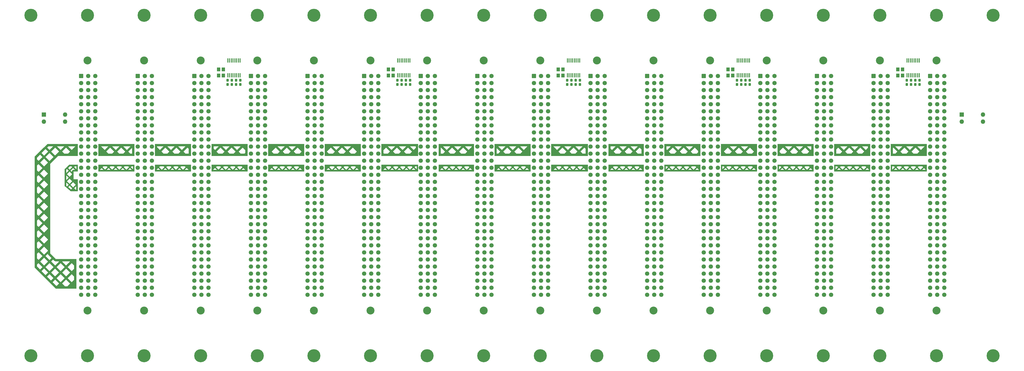
<source format=gbr>
%TF.GenerationSoftware,KiCad,Pcbnew,9.0.3*%
%TF.CreationDate,2025-10-05T23:38:32+02:00*%
%TF.ProjectId,ModuCard-System-ActiveBackplane,4d6f6475-4361-4726-942d-53797374656d,A*%
%TF.SameCoordinates,Original*%
%TF.FileFunction,Soldermask,Bot*%
%TF.FilePolarity,Negative*%
%FSLAX46Y46*%
G04 Gerber Fmt 4.6, Leading zero omitted, Abs format (unit mm)*
G04 Created by KiCad (PCBNEW 9.0.3) date 2025-10-05 23:38:32*
%MOMM*%
%LPD*%
G01*
G04 APERTURE LIST*
G04 Aperture macros list*
%AMRoundRect*
0 Rectangle with rounded corners*
0 $1 Rounding radius*
0 $2 $3 $4 $5 $6 $7 $8 $9 X,Y pos of 4 corners*
0 Add a 4 corners polygon primitive as box body*
4,1,4,$2,$3,$4,$5,$6,$7,$8,$9,$2,$3,0*
0 Add four circle primitives for the rounded corners*
1,1,$1+$1,$2,$3*
1,1,$1+$1,$4,$5*
1,1,$1+$1,$6,$7*
1,1,$1+$1,$8,$9*
0 Add four rect primitives between the rounded corners*
20,1,$1+$1,$2,$3,$4,$5,0*
20,1,$1+$1,$4,$5,$6,$7,0*
20,1,$1+$1,$6,$7,$8,$9,0*
20,1,$1+$1,$8,$9,$2,$3,0*%
G04 Aperture macros list end*
%ADD10RoundRect,0.225000X-0.225000X-0.250000X0.225000X-0.250000X0.225000X0.250000X-0.225000X0.250000X0*%
%ADD11RoundRect,0.225000X0.225000X0.250000X-0.225000X0.250000X-0.225000X-0.250000X0.225000X-0.250000X0*%
%ADD12C,4.700000*%
%ADD13C,2.850000*%
%ADD14RoundRect,0.249999X-0.525001X-0.525001X0.525001X-0.525001X0.525001X0.525001X-0.525001X0.525001X0*%
%ADD15C,1.550000*%
%ADD16R,1.600000X1.600000*%
%ADD17O,1.600000X1.600000*%
%ADD18R,1.200000X1.400000*%
%ADD19R,0.410000X1.600000*%
G04 APERTURE END LIST*
D10*
%TO.C,C19*%
X431094245Y-161163000D03*
X429544245Y-161163000D03*
%TD*%
D11*
%TO.C,C17*%
X426496245Y-161163000D03*
X428046245Y-161163000D03*
%TD*%
D10*
%TO.C,C20*%
X431094245Y-162687000D03*
X429544245Y-162687000D03*
%TD*%
D11*
%TO.C,C18*%
X426496245Y-162687000D03*
X428046245Y-162687000D03*
%TD*%
D12*
%TO.C,H20*%
X457493745Y-260259000D03*
%TD*%
D13*
%TO.C,J2*%
X152651245Y-154009000D03*
X152651245Y-244009000D03*
D14*
X150411245Y-159639000D03*
D15*
X150411245Y-162179000D03*
X150411245Y-164719000D03*
X150411245Y-167259000D03*
X150411245Y-169799000D03*
X150411245Y-172339000D03*
X150411245Y-174879000D03*
X150411245Y-177419000D03*
X150411245Y-179959000D03*
X150411245Y-182499000D03*
X150411245Y-185039000D03*
X150411245Y-187579000D03*
X150411245Y-190119000D03*
X150411245Y-192659000D03*
X150411245Y-195199000D03*
X150411245Y-197739000D03*
X150411245Y-200279000D03*
X150411245Y-202819000D03*
X150411245Y-205359000D03*
X150411245Y-207899000D03*
X150411245Y-210439000D03*
X150411245Y-212979000D03*
X150411245Y-215519000D03*
X150411245Y-218059000D03*
X150411245Y-220599000D03*
X150411245Y-223139000D03*
X150411245Y-225679000D03*
X150411245Y-228219000D03*
X150411245Y-230759000D03*
X150411245Y-233299000D03*
X150411245Y-235839000D03*
X150411245Y-238379000D03*
X152951245Y-159639000D03*
X152951245Y-162179000D03*
X152951245Y-164719000D03*
X152951245Y-167259000D03*
X152951245Y-169799000D03*
X152951245Y-172339000D03*
X152951245Y-174879000D03*
X152951245Y-177419000D03*
X152951245Y-179959000D03*
X152951245Y-182499000D03*
X152951245Y-185039000D03*
X152951245Y-187579000D03*
X152951245Y-190119000D03*
X152951245Y-192659000D03*
X152951245Y-195199000D03*
X152951245Y-197739000D03*
X152951245Y-200279000D03*
X152951245Y-202819000D03*
X152951245Y-205359000D03*
X152951245Y-207899000D03*
X152951245Y-210439000D03*
X152951245Y-212979000D03*
X152951245Y-215519000D03*
X152951245Y-218059000D03*
X152951245Y-220599000D03*
X152951245Y-223139000D03*
X152951245Y-225679000D03*
X152951245Y-228219000D03*
X152951245Y-230759000D03*
X152951245Y-233299000D03*
X152951245Y-235839000D03*
X152951245Y-238379000D03*
X155491245Y-159639000D03*
X155491245Y-162179000D03*
X155491245Y-164719000D03*
X155491245Y-167259000D03*
X155491245Y-169799000D03*
X155491245Y-172339000D03*
X155491245Y-174879000D03*
X155491245Y-177419000D03*
X155491245Y-179959000D03*
X155491245Y-182499000D03*
X155491245Y-185039000D03*
X155491245Y-187579000D03*
X155491245Y-190119000D03*
X155491245Y-192659000D03*
X155491245Y-195199000D03*
X155491245Y-197739000D03*
X155491245Y-200279000D03*
X155491245Y-202819000D03*
X155491245Y-205359000D03*
X155491245Y-207899000D03*
X155491245Y-210439000D03*
X155491245Y-212979000D03*
X155491245Y-215519000D03*
X155491245Y-218059000D03*
X155491245Y-220599000D03*
X155491245Y-223139000D03*
X155491245Y-225679000D03*
X155491245Y-228219000D03*
X155491245Y-230759000D03*
X155491245Y-233299000D03*
X155491245Y-235839000D03*
X155491245Y-238379000D03*
%TD*%
D12*
%TO.C,H29*%
X254293745Y-260259000D03*
%TD*%
%TO.C,H24*%
X152693745Y-260259000D03*
%TD*%
%TO.C,H36*%
X396533745Y-260259000D03*
%TD*%
%TO.C,H23*%
X132373745Y-260259000D03*
%TD*%
%TO.C,H3*%
X152693745Y-137759000D03*
%TD*%
%TO.C,H17*%
X437173745Y-137759000D03*
%TD*%
%TO.C,H4*%
X173013745Y-137759000D03*
%TD*%
D16*
%TO.C,SW1*%
X116671745Y-173517155D03*
D17*
X116671745Y-176057155D03*
X124291745Y-176057155D03*
X124291745Y-173517155D03*
%TD*%
D12*
%TO.C,H35*%
X376213745Y-260259000D03*
%TD*%
%TO.C,H32*%
X315253745Y-260259000D03*
%TD*%
D16*
%TO.C,SW2*%
X446210245Y-173517155D03*
D17*
X446210245Y-176057155D03*
X453830245Y-176057155D03*
X453830245Y-173517155D03*
%TD*%
D12*
%TO.C,H28*%
X233973745Y-260259000D03*
%TD*%
D13*
%TO.C,J10*%
X315211245Y-154009000D03*
X315211245Y-244009000D03*
D14*
X312971245Y-159639000D03*
D15*
X312971245Y-162179000D03*
X312971245Y-164719000D03*
X312971245Y-167259000D03*
X312971245Y-169799000D03*
X312971245Y-172339000D03*
X312971245Y-174879000D03*
X312971245Y-177419000D03*
X312971245Y-179959000D03*
X312971245Y-182499000D03*
X312971245Y-185039000D03*
X312971245Y-187579000D03*
X312971245Y-190119000D03*
X312971245Y-192659000D03*
X312971245Y-195199000D03*
X312971245Y-197739000D03*
X312971245Y-200279000D03*
X312971245Y-202819000D03*
X312971245Y-205359000D03*
X312971245Y-207899000D03*
X312971245Y-210439000D03*
X312971245Y-212979000D03*
X312971245Y-215519000D03*
X312971245Y-218059000D03*
X312971245Y-220599000D03*
X312971245Y-223139000D03*
X312971245Y-225679000D03*
X312971245Y-228219000D03*
X312971245Y-230759000D03*
X312971245Y-233299000D03*
X312971245Y-235839000D03*
X312971245Y-238379000D03*
X315511245Y-159639000D03*
X315511245Y-162179000D03*
X315511245Y-164719000D03*
X315511245Y-167259000D03*
X315511245Y-169799000D03*
X315511245Y-172339000D03*
X315511245Y-174879000D03*
X315511245Y-177419000D03*
X315511245Y-179959000D03*
X315511245Y-182499000D03*
X315511245Y-185039000D03*
X315511245Y-187579000D03*
X315511245Y-190119000D03*
X315511245Y-192659000D03*
X315511245Y-195199000D03*
X315511245Y-197739000D03*
X315511245Y-200279000D03*
X315511245Y-202819000D03*
X315511245Y-205359000D03*
X315511245Y-207899000D03*
X315511245Y-210439000D03*
X315511245Y-212979000D03*
X315511245Y-215519000D03*
X315511245Y-218059000D03*
X315511245Y-220599000D03*
X315511245Y-223139000D03*
X315511245Y-225679000D03*
X315511245Y-228219000D03*
X315511245Y-230759000D03*
X315511245Y-233299000D03*
X315511245Y-235839000D03*
X315511245Y-238379000D03*
X318051245Y-159639000D03*
X318051245Y-162179000D03*
X318051245Y-164719000D03*
X318051245Y-167259000D03*
X318051245Y-169799000D03*
X318051245Y-172339000D03*
X318051245Y-174879000D03*
X318051245Y-177419000D03*
X318051245Y-179959000D03*
X318051245Y-182499000D03*
X318051245Y-185039000D03*
X318051245Y-187579000D03*
X318051245Y-190119000D03*
X318051245Y-192659000D03*
X318051245Y-195199000D03*
X318051245Y-197739000D03*
X318051245Y-200279000D03*
X318051245Y-202819000D03*
X318051245Y-205359000D03*
X318051245Y-207899000D03*
X318051245Y-210439000D03*
X318051245Y-212979000D03*
X318051245Y-215519000D03*
X318051245Y-218059000D03*
X318051245Y-220599000D03*
X318051245Y-223139000D03*
X318051245Y-225679000D03*
X318051245Y-228219000D03*
X318051245Y-230759000D03*
X318051245Y-233299000D03*
X318051245Y-235839000D03*
X318051245Y-238379000D03*
%TD*%
D13*
%TO.C,J11*%
X335531245Y-154009000D03*
X335531245Y-244009000D03*
D14*
X333291245Y-159639000D03*
D15*
X333291245Y-162179000D03*
X333291245Y-164719000D03*
X333291245Y-167259000D03*
X333291245Y-169799000D03*
X333291245Y-172339000D03*
X333291245Y-174879000D03*
X333291245Y-177419000D03*
X333291245Y-179959000D03*
X333291245Y-182499000D03*
X333291245Y-185039000D03*
X333291245Y-187579000D03*
X333291245Y-190119000D03*
X333291245Y-192659000D03*
X333291245Y-195199000D03*
X333291245Y-197739000D03*
X333291245Y-200279000D03*
X333291245Y-202819000D03*
X333291245Y-205359000D03*
X333291245Y-207899000D03*
X333291245Y-210439000D03*
X333291245Y-212979000D03*
X333291245Y-215519000D03*
X333291245Y-218059000D03*
X333291245Y-220599000D03*
X333291245Y-223139000D03*
X333291245Y-225679000D03*
X333291245Y-228219000D03*
X333291245Y-230759000D03*
X333291245Y-233299000D03*
X333291245Y-235839000D03*
X333291245Y-238379000D03*
X335831245Y-159639000D03*
X335831245Y-162179000D03*
X335831245Y-164719000D03*
X335831245Y-167259000D03*
X335831245Y-169799000D03*
X335831245Y-172339000D03*
X335831245Y-174879000D03*
X335831245Y-177419000D03*
X335831245Y-179959000D03*
X335831245Y-182499000D03*
X335831245Y-185039000D03*
X335831245Y-187579000D03*
X335831245Y-190119000D03*
X335831245Y-192659000D03*
X335831245Y-195199000D03*
X335831245Y-197739000D03*
X335831245Y-200279000D03*
X335831245Y-202819000D03*
X335831245Y-205359000D03*
X335831245Y-207899000D03*
X335831245Y-210439000D03*
X335831245Y-212979000D03*
X335831245Y-215519000D03*
X335831245Y-218059000D03*
X335831245Y-220599000D03*
X335831245Y-223139000D03*
X335831245Y-225679000D03*
X335831245Y-228219000D03*
X335831245Y-230759000D03*
X335831245Y-233299000D03*
X335831245Y-235839000D03*
X335831245Y-238379000D03*
X338371245Y-159639000D03*
X338371245Y-162179000D03*
X338371245Y-164719000D03*
X338371245Y-167259000D03*
X338371245Y-169799000D03*
X338371245Y-172339000D03*
X338371245Y-174879000D03*
X338371245Y-177419000D03*
X338371245Y-179959000D03*
X338371245Y-182499000D03*
X338371245Y-185039000D03*
X338371245Y-187579000D03*
X338371245Y-190119000D03*
X338371245Y-192659000D03*
X338371245Y-195199000D03*
X338371245Y-197739000D03*
X338371245Y-200279000D03*
X338371245Y-202819000D03*
X338371245Y-205359000D03*
X338371245Y-207899000D03*
X338371245Y-210439000D03*
X338371245Y-212979000D03*
X338371245Y-215519000D03*
X338371245Y-218059000D03*
X338371245Y-220599000D03*
X338371245Y-223139000D03*
X338371245Y-225679000D03*
X338371245Y-228219000D03*
X338371245Y-230759000D03*
X338371245Y-233299000D03*
X338371245Y-235839000D03*
X338371245Y-238379000D03*
%TD*%
D12*
%TO.C,H2*%
X132373745Y-137759000D03*
%TD*%
%TO.C,H34*%
X355893745Y-260259000D03*
%TD*%
%TO.C,H14*%
X376213745Y-137759000D03*
%TD*%
D13*
%TO.C,J9*%
X294891245Y-154009000D03*
X294891245Y-244009000D03*
D14*
X292651245Y-159639000D03*
D15*
X292651245Y-162179000D03*
X292651245Y-164719000D03*
X292651245Y-167259000D03*
X292651245Y-169799000D03*
X292651245Y-172339000D03*
X292651245Y-174879000D03*
X292651245Y-177419000D03*
X292651245Y-179959000D03*
X292651245Y-182499000D03*
X292651245Y-185039000D03*
X292651245Y-187579000D03*
X292651245Y-190119000D03*
X292651245Y-192659000D03*
X292651245Y-195199000D03*
X292651245Y-197739000D03*
X292651245Y-200279000D03*
X292651245Y-202819000D03*
X292651245Y-205359000D03*
X292651245Y-207899000D03*
X292651245Y-210439000D03*
X292651245Y-212979000D03*
X292651245Y-215519000D03*
X292651245Y-218059000D03*
X292651245Y-220599000D03*
X292651245Y-223139000D03*
X292651245Y-225679000D03*
X292651245Y-228219000D03*
X292651245Y-230759000D03*
X292651245Y-233299000D03*
X292651245Y-235839000D03*
X292651245Y-238379000D03*
X295191245Y-159639000D03*
X295191245Y-162179000D03*
X295191245Y-164719000D03*
X295191245Y-167259000D03*
X295191245Y-169799000D03*
X295191245Y-172339000D03*
X295191245Y-174879000D03*
X295191245Y-177419000D03*
X295191245Y-179959000D03*
X295191245Y-182499000D03*
X295191245Y-185039000D03*
X295191245Y-187579000D03*
X295191245Y-190119000D03*
X295191245Y-192659000D03*
X295191245Y-195199000D03*
X295191245Y-197739000D03*
X295191245Y-200279000D03*
X295191245Y-202819000D03*
X295191245Y-205359000D03*
X295191245Y-207899000D03*
X295191245Y-210439000D03*
X295191245Y-212979000D03*
X295191245Y-215519000D03*
X295191245Y-218059000D03*
X295191245Y-220599000D03*
X295191245Y-223139000D03*
X295191245Y-225679000D03*
X295191245Y-228219000D03*
X295191245Y-230759000D03*
X295191245Y-233299000D03*
X295191245Y-235839000D03*
X295191245Y-238379000D03*
X297731245Y-159639000D03*
X297731245Y-162179000D03*
X297731245Y-164719000D03*
X297731245Y-167259000D03*
X297731245Y-169799000D03*
X297731245Y-172339000D03*
X297731245Y-174879000D03*
X297731245Y-177419000D03*
X297731245Y-179959000D03*
X297731245Y-182499000D03*
X297731245Y-185039000D03*
X297731245Y-187579000D03*
X297731245Y-190119000D03*
X297731245Y-192659000D03*
X297731245Y-195199000D03*
X297731245Y-197739000D03*
X297731245Y-200279000D03*
X297731245Y-202819000D03*
X297731245Y-205359000D03*
X297731245Y-207899000D03*
X297731245Y-210439000D03*
X297731245Y-212979000D03*
X297731245Y-215519000D03*
X297731245Y-218059000D03*
X297731245Y-220599000D03*
X297731245Y-223139000D03*
X297731245Y-225679000D03*
X297731245Y-228219000D03*
X297731245Y-230759000D03*
X297731245Y-233299000D03*
X297731245Y-235839000D03*
X297731245Y-238379000D03*
%TD*%
D12*
%TO.C,H15*%
X416811245Y-260259000D03*
%TD*%
D13*
%TO.C,J6*%
X233931245Y-154009000D03*
X233931245Y-244009000D03*
D14*
X231691245Y-159639000D03*
D15*
X231691245Y-162179000D03*
X231691245Y-164719000D03*
X231691245Y-167259000D03*
X231691245Y-169799000D03*
X231691245Y-172339000D03*
X231691245Y-174879000D03*
X231691245Y-177419000D03*
X231691245Y-179959000D03*
X231691245Y-182499000D03*
X231691245Y-185039000D03*
X231691245Y-187579000D03*
X231691245Y-190119000D03*
X231691245Y-192659000D03*
X231691245Y-195199000D03*
X231691245Y-197739000D03*
X231691245Y-200279000D03*
X231691245Y-202819000D03*
X231691245Y-205359000D03*
X231691245Y-207899000D03*
X231691245Y-210439000D03*
X231691245Y-212979000D03*
X231691245Y-215519000D03*
X231691245Y-218059000D03*
X231691245Y-220599000D03*
X231691245Y-223139000D03*
X231691245Y-225679000D03*
X231691245Y-228219000D03*
X231691245Y-230759000D03*
X231691245Y-233299000D03*
X231691245Y-235839000D03*
X231691245Y-238379000D03*
X234231245Y-159639000D03*
X234231245Y-162179000D03*
X234231245Y-164719000D03*
X234231245Y-167259000D03*
X234231245Y-169799000D03*
X234231245Y-172339000D03*
X234231245Y-174879000D03*
X234231245Y-177419000D03*
X234231245Y-179959000D03*
X234231245Y-182499000D03*
X234231245Y-185039000D03*
X234231245Y-187579000D03*
X234231245Y-190119000D03*
X234231245Y-192659000D03*
X234231245Y-195199000D03*
X234231245Y-197739000D03*
X234231245Y-200279000D03*
X234231245Y-202819000D03*
X234231245Y-205359000D03*
X234231245Y-207899000D03*
X234231245Y-210439000D03*
X234231245Y-212979000D03*
X234231245Y-215519000D03*
X234231245Y-218059000D03*
X234231245Y-220599000D03*
X234231245Y-223139000D03*
X234231245Y-225679000D03*
X234231245Y-228219000D03*
X234231245Y-230759000D03*
X234231245Y-233299000D03*
X234231245Y-235839000D03*
X234231245Y-238379000D03*
X236771245Y-159639000D03*
X236771245Y-162179000D03*
X236771245Y-164719000D03*
X236771245Y-167259000D03*
X236771245Y-169799000D03*
X236771245Y-172339000D03*
X236771245Y-174879000D03*
X236771245Y-177419000D03*
X236771245Y-179959000D03*
X236771245Y-182499000D03*
X236771245Y-185039000D03*
X236771245Y-187579000D03*
X236771245Y-190119000D03*
X236771245Y-192659000D03*
X236771245Y-195199000D03*
X236771245Y-197739000D03*
X236771245Y-200279000D03*
X236771245Y-202819000D03*
X236771245Y-205359000D03*
X236771245Y-207899000D03*
X236771245Y-210439000D03*
X236771245Y-212979000D03*
X236771245Y-215519000D03*
X236771245Y-218059000D03*
X236771245Y-220599000D03*
X236771245Y-223139000D03*
X236771245Y-225679000D03*
X236771245Y-228219000D03*
X236771245Y-230759000D03*
X236771245Y-233299000D03*
X236771245Y-235839000D03*
X236771245Y-238379000D03*
%TD*%
D12*
%TO.C,H8*%
X254293745Y-137759000D03*
%TD*%
D13*
%TO.C,J3*%
X172971245Y-154009000D03*
X172971245Y-244009000D03*
D14*
X170731245Y-159639000D03*
D15*
X170731245Y-162179000D03*
X170731245Y-164719000D03*
X170731245Y-167259000D03*
X170731245Y-169799000D03*
X170731245Y-172339000D03*
X170731245Y-174879000D03*
X170731245Y-177419000D03*
X170731245Y-179959000D03*
X170731245Y-182499000D03*
X170731245Y-185039000D03*
X170731245Y-187579000D03*
X170731245Y-190119000D03*
X170731245Y-192659000D03*
X170731245Y-195199000D03*
X170731245Y-197739000D03*
X170731245Y-200279000D03*
X170731245Y-202819000D03*
X170731245Y-205359000D03*
X170731245Y-207899000D03*
X170731245Y-210439000D03*
X170731245Y-212979000D03*
X170731245Y-215519000D03*
X170731245Y-218059000D03*
X170731245Y-220599000D03*
X170731245Y-223139000D03*
X170731245Y-225679000D03*
X170731245Y-228219000D03*
X170731245Y-230759000D03*
X170731245Y-233299000D03*
X170731245Y-235839000D03*
X170731245Y-238379000D03*
X173271245Y-159639000D03*
X173271245Y-162179000D03*
X173271245Y-164719000D03*
X173271245Y-167259000D03*
X173271245Y-169799000D03*
X173271245Y-172339000D03*
X173271245Y-174879000D03*
X173271245Y-177419000D03*
X173271245Y-179959000D03*
X173271245Y-182499000D03*
X173271245Y-185039000D03*
X173271245Y-187579000D03*
X173271245Y-190119000D03*
X173271245Y-192659000D03*
X173271245Y-195199000D03*
X173271245Y-197739000D03*
X173271245Y-200279000D03*
X173271245Y-202819000D03*
X173271245Y-205359000D03*
X173271245Y-207899000D03*
X173271245Y-210439000D03*
X173271245Y-212979000D03*
X173271245Y-215519000D03*
X173271245Y-218059000D03*
X173271245Y-220599000D03*
X173271245Y-223139000D03*
X173271245Y-225679000D03*
X173271245Y-228219000D03*
X173271245Y-230759000D03*
X173271245Y-233299000D03*
X173271245Y-235839000D03*
X173271245Y-238379000D03*
X175811245Y-159639000D03*
X175811245Y-162179000D03*
X175811245Y-164719000D03*
X175811245Y-167259000D03*
X175811245Y-169799000D03*
X175811245Y-172339000D03*
X175811245Y-174879000D03*
X175811245Y-177419000D03*
X175811245Y-179959000D03*
X175811245Y-182499000D03*
X175811245Y-185039000D03*
X175811245Y-187579000D03*
X175811245Y-190119000D03*
X175811245Y-192659000D03*
X175811245Y-195199000D03*
X175811245Y-197739000D03*
X175811245Y-200279000D03*
X175811245Y-202819000D03*
X175811245Y-205359000D03*
X175811245Y-207899000D03*
X175811245Y-210439000D03*
X175811245Y-212979000D03*
X175811245Y-215519000D03*
X175811245Y-218059000D03*
X175811245Y-220599000D03*
X175811245Y-223139000D03*
X175811245Y-225679000D03*
X175811245Y-228219000D03*
X175811245Y-230759000D03*
X175811245Y-233299000D03*
X175811245Y-235839000D03*
X175811245Y-238379000D03*
%TD*%
D12*
%TO.C,H11*%
X315253745Y-137759000D03*
%TD*%
%TO.C,H12*%
X335573745Y-137759000D03*
%TD*%
%TO.C,H22*%
X112053745Y-260259000D03*
%TD*%
%TO.C,H10*%
X294933745Y-137759000D03*
%TD*%
%TO.C,H21*%
X396533745Y-137759000D03*
%TD*%
D13*
%TO.C,J7*%
X254251245Y-154009000D03*
X254251245Y-244009000D03*
D14*
X252011245Y-159639000D03*
D15*
X252011245Y-162179000D03*
X252011245Y-164719000D03*
X252011245Y-167259000D03*
X252011245Y-169799000D03*
X252011245Y-172339000D03*
X252011245Y-174879000D03*
X252011245Y-177419000D03*
X252011245Y-179959000D03*
X252011245Y-182499000D03*
X252011245Y-185039000D03*
X252011245Y-187579000D03*
X252011245Y-190119000D03*
X252011245Y-192659000D03*
X252011245Y-195199000D03*
X252011245Y-197739000D03*
X252011245Y-200279000D03*
X252011245Y-202819000D03*
X252011245Y-205359000D03*
X252011245Y-207899000D03*
X252011245Y-210439000D03*
X252011245Y-212979000D03*
X252011245Y-215519000D03*
X252011245Y-218059000D03*
X252011245Y-220599000D03*
X252011245Y-223139000D03*
X252011245Y-225679000D03*
X252011245Y-228219000D03*
X252011245Y-230759000D03*
X252011245Y-233299000D03*
X252011245Y-235839000D03*
X252011245Y-238379000D03*
X254551245Y-159639000D03*
X254551245Y-162179000D03*
X254551245Y-164719000D03*
X254551245Y-167259000D03*
X254551245Y-169799000D03*
X254551245Y-172339000D03*
X254551245Y-174879000D03*
X254551245Y-177419000D03*
X254551245Y-179959000D03*
X254551245Y-182499000D03*
X254551245Y-185039000D03*
X254551245Y-187579000D03*
X254551245Y-190119000D03*
X254551245Y-192659000D03*
X254551245Y-195199000D03*
X254551245Y-197739000D03*
X254551245Y-200279000D03*
X254551245Y-202819000D03*
X254551245Y-205359000D03*
X254551245Y-207899000D03*
X254551245Y-210439000D03*
X254551245Y-212979000D03*
X254551245Y-215519000D03*
X254551245Y-218059000D03*
X254551245Y-220599000D03*
X254551245Y-223139000D03*
X254551245Y-225679000D03*
X254551245Y-228219000D03*
X254551245Y-230759000D03*
X254551245Y-233299000D03*
X254551245Y-235839000D03*
X254551245Y-238379000D03*
X257091245Y-159639000D03*
X257091245Y-162179000D03*
X257091245Y-164719000D03*
X257091245Y-167259000D03*
X257091245Y-169799000D03*
X257091245Y-172339000D03*
X257091245Y-174879000D03*
X257091245Y-177419000D03*
X257091245Y-179959000D03*
X257091245Y-182499000D03*
X257091245Y-185039000D03*
X257091245Y-187579000D03*
X257091245Y-190119000D03*
X257091245Y-192659000D03*
X257091245Y-195199000D03*
X257091245Y-197739000D03*
X257091245Y-200279000D03*
X257091245Y-202819000D03*
X257091245Y-205359000D03*
X257091245Y-207899000D03*
X257091245Y-210439000D03*
X257091245Y-212979000D03*
X257091245Y-215519000D03*
X257091245Y-218059000D03*
X257091245Y-220599000D03*
X257091245Y-223139000D03*
X257091245Y-225679000D03*
X257091245Y-228219000D03*
X257091245Y-230759000D03*
X257091245Y-233299000D03*
X257091245Y-235839000D03*
X257091245Y-238379000D03*
%TD*%
D13*
%TO.C,J4*%
X193291245Y-154009000D03*
X193291245Y-244009000D03*
D14*
X191051245Y-159639000D03*
D15*
X191051245Y-162179000D03*
X191051245Y-164719000D03*
X191051245Y-167259000D03*
X191051245Y-169799000D03*
X191051245Y-172339000D03*
X191051245Y-174879000D03*
X191051245Y-177419000D03*
X191051245Y-179959000D03*
X191051245Y-182499000D03*
X191051245Y-185039000D03*
X191051245Y-187579000D03*
X191051245Y-190119000D03*
X191051245Y-192659000D03*
X191051245Y-195199000D03*
X191051245Y-197739000D03*
X191051245Y-200279000D03*
X191051245Y-202819000D03*
X191051245Y-205359000D03*
X191051245Y-207899000D03*
X191051245Y-210439000D03*
X191051245Y-212979000D03*
X191051245Y-215519000D03*
X191051245Y-218059000D03*
X191051245Y-220599000D03*
X191051245Y-223139000D03*
X191051245Y-225679000D03*
X191051245Y-228219000D03*
X191051245Y-230759000D03*
X191051245Y-233299000D03*
X191051245Y-235839000D03*
X191051245Y-238379000D03*
X193591245Y-159639000D03*
X193591245Y-162179000D03*
X193591245Y-164719000D03*
X193591245Y-167259000D03*
X193591245Y-169799000D03*
X193591245Y-172339000D03*
X193591245Y-174879000D03*
X193591245Y-177419000D03*
X193591245Y-179959000D03*
X193591245Y-182499000D03*
X193591245Y-185039000D03*
X193591245Y-187579000D03*
X193591245Y-190119000D03*
X193591245Y-192659000D03*
X193591245Y-195199000D03*
X193591245Y-197739000D03*
X193591245Y-200279000D03*
X193591245Y-202819000D03*
X193591245Y-205359000D03*
X193591245Y-207899000D03*
X193591245Y-210439000D03*
X193591245Y-212979000D03*
X193591245Y-215519000D03*
X193591245Y-218059000D03*
X193591245Y-220599000D03*
X193591245Y-223139000D03*
X193591245Y-225679000D03*
X193591245Y-228219000D03*
X193591245Y-230759000D03*
X193591245Y-233299000D03*
X193591245Y-235839000D03*
X193591245Y-238379000D03*
X196131245Y-159639000D03*
X196131245Y-162179000D03*
X196131245Y-164719000D03*
X196131245Y-167259000D03*
X196131245Y-169799000D03*
X196131245Y-172339000D03*
X196131245Y-174879000D03*
X196131245Y-177419000D03*
X196131245Y-179959000D03*
X196131245Y-182499000D03*
X196131245Y-185039000D03*
X196131245Y-187579000D03*
X196131245Y-190119000D03*
X196131245Y-192659000D03*
X196131245Y-195199000D03*
X196131245Y-197739000D03*
X196131245Y-200279000D03*
X196131245Y-202819000D03*
X196131245Y-205359000D03*
X196131245Y-207899000D03*
X196131245Y-210439000D03*
X196131245Y-212979000D03*
X196131245Y-215519000D03*
X196131245Y-218059000D03*
X196131245Y-220599000D03*
X196131245Y-223139000D03*
X196131245Y-225679000D03*
X196131245Y-228219000D03*
X196131245Y-230759000D03*
X196131245Y-233299000D03*
X196131245Y-235839000D03*
X196131245Y-238379000D03*
%TD*%
D13*
%TO.C,J13*%
X376171245Y-154009000D03*
X376171245Y-244009000D03*
D14*
X373931245Y-159639000D03*
D15*
X373931245Y-162179000D03*
X373931245Y-164719000D03*
X373931245Y-167259000D03*
X373931245Y-169799000D03*
X373931245Y-172339000D03*
X373931245Y-174879000D03*
X373931245Y-177419000D03*
X373931245Y-179959000D03*
X373931245Y-182499000D03*
X373931245Y-185039000D03*
X373931245Y-187579000D03*
X373931245Y-190119000D03*
X373931245Y-192659000D03*
X373931245Y-195199000D03*
X373931245Y-197739000D03*
X373931245Y-200279000D03*
X373931245Y-202819000D03*
X373931245Y-205359000D03*
X373931245Y-207899000D03*
X373931245Y-210439000D03*
X373931245Y-212979000D03*
X373931245Y-215519000D03*
X373931245Y-218059000D03*
X373931245Y-220599000D03*
X373931245Y-223139000D03*
X373931245Y-225679000D03*
X373931245Y-228219000D03*
X373931245Y-230759000D03*
X373931245Y-233299000D03*
X373931245Y-235839000D03*
X373931245Y-238379000D03*
X376471245Y-159639000D03*
X376471245Y-162179000D03*
X376471245Y-164719000D03*
X376471245Y-167259000D03*
X376471245Y-169799000D03*
X376471245Y-172339000D03*
X376471245Y-174879000D03*
X376471245Y-177419000D03*
X376471245Y-179959000D03*
X376471245Y-182499000D03*
X376471245Y-185039000D03*
X376471245Y-187579000D03*
X376471245Y-190119000D03*
X376471245Y-192659000D03*
X376471245Y-195199000D03*
X376471245Y-197739000D03*
X376471245Y-200279000D03*
X376471245Y-202819000D03*
X376471245Y-205359000D03*
X376471245Y-207899000D03*
X376471245Y-210439000D03*
X376471245Y-212979000D03*
X376471245Y-215519000D03*
X376471245Y-218059000D03*
X376471245Y-220599000D03*
X376471245Y-223139000D03*
X376471245Y-225679000D03*
X376471245Y-228219000D03*
X376471245Y-230759000D03*
X376471245Y-233299000D03*
X376471245Y-235839000D03*
X376471245Y-238379000D03*
X379011245Y-159639000D03*
X379011245Y-162179000D03*
X379011245Y-164719000D03*
X379011245Y-167259000D03*
X379011245Y-169799000D03*
X379011245Y-172339000D03*
X379011245Y-174879000D03*
X379011245Y-177419000D03*
X379011245Y-179959000D03*
X379011245Y-182499000D03*
X379011245Y-185039000D03*
X379011245Y-187579000D03*
X379011245Y-190119000D03*
X379011245Y-192659000D03*
X379011245Y-195199000D03*
X379011245Y-197739000D03*
X379011245Y-200279000D03*
X379011245Y-202819000D03*
X379011245Y-205359000D03*
X379011245Y-207899000D03*
X379011245Y-210439000D03*
X379011245Y-212979000D03*
X379011245Y-215519000D03*
X379011245Y-218059000D03*
X379011245Y-220599000D03*
X379011245Y-223139000D03*
X379011245Y-225679000D03*
X379011245Y-228219000D03*
X379011245Y-230759000D03*
X379011245Y-233299000D03*
X379011245Y-235839000D03*
X379011245Y-238379000D03*
%TD*%
D13*
%TO.C,J8*%
X274571245Y-154009000D03*
X274571245Y-244009000D03*
D14*
X272331245Y-159639000D03*
D15*
X272331245Y-162179000D03*
X272331245Y-164719000D03*
X272331245Y-167259000D03*
X272331245Y-169799000D03*
X272331245Y-172339000D03*
X272331245Y-174879000D03*
X272331245Y-177419000D03*
X272331245Y-179959000D03*
X272331245Y-182499000D03*
X272331245Y-185039000D03*
X272331245Y-187579000D03*
X272331245Y-190119000D03*
X272331245Y-192659000D03*
X272331245Y-195199000D03*
X272331245Y-197739000D03*
X272331245Y-200279000D03*
X272331245Y-202819000D03*
X272331245Y-205359000D03*
X272331245Y-207899000D03*
X272331245Y-210439000D03*
X272331245Y-212979000D03*
X272331245Y-215519000D03*
X272331245Y-218059000D03*
X272331245Y-220599000D03*
X272331245Y-223139000D03*
X272331245Y-225679000D03*
X272331245Y-228219000D03*
X272331245Y-230759000D03*
X272331245Y-233299000D03*
X272331245Y-235839000D03*
X272331245Y-238379000D03*
X274871245Y-159639000D03*
X274871245Y-162179000D03*
X274871245Y-164719000D03*
X274871245Y-167259000D03*
X274871245Y-169799000D03*
X274871245Y-172339000D03*
X274871245Y-174879000D03*
X274871245Y-177419000D03*
X274871245Y-179959000D03*
X274871245Y-182499000D03*
X274871245Y-185039000D03*
X274871245Y-187579000D03*
X274871245Y-190119000D03*
X274871245Y-192659000D03*
X274871245Y-195199000D03*
X274871245Y-197739000D03*
X274871245Y-200279000D03*
X274871245Y-202819000D03*
X274871245Y-205359000D03*
X274871245Y-207899000D03*
X274871245Y-210439000D03*
X274871245Y-212979000D03*
X274871245Y-215519000D03*
X274871245Y-218059000D03*
X274871245Y-220599000D03*
X274871245Y-223139000D03*
X274871245Y-225679000D03*
X274871245Y-228219000D03*
X274871245Y-230759000D03*
X274871245Y-233299000D03*
X274871245Y-235839000D03*
X274871245Y-238379000D03*
X277411245Y-159639000D03*
X277411245Y-162179000D03*
X277411245Y-164719000D03*
X277411245Y-167259000D03*
X277411245Y-169799000D03*
X277411245Y-172339000D03*
X277411245Y-174879000D03*
X277411245Y-177419000D03*
X277411245Y-179959000D03*
X277411245Y-182499000D03*
X277411245Y-185039000D03*
X277411245Y-187579000D03*
X277411245Y-190119000D03*
X277411245Y-192659000D03*
X277411245Y-195199000D03*
X277411245Y-197739000D03*
X277411245Y-200279000D03*
X277411245Y-202819000D03*
X277411245Y-205359000D03*
X277411245Y-207899000D03*
X277411245Y-210439000D03*
X277411245Y-212979000D03*
X277411245Y-215519000D03*
X277411245Y-218059000D03*
X277411245Y-220599000D03*
X277411245Y-223139000D03*
X277411245Y-225679000D03*
X277411245Y-228219000D03*
X277411245Y-230759000D03*
X277411245Y-233299000D03*
X277411245Y-235839000D03*
X277411245Y-238379000D03*
%TD*%
D12*
%TO.C,H18*%
X457493745Y-137759000D03*
%TD*%
D13*
%TO.C,J5*%
X213611245Y-154009000D03*
X213611245Y-244009000D03*
D14*
X211371245Y-159639000D03*
D15*
X211371245Y-162179000D03*
X211371245Y-164719000D03*
X211371245Y-167259000D03*
X211371245Y-169799000D03*
X211371245Y-172339000D03*
X211371245Y-174879000D03*
X211371245Y-177419000D03*
X211371245Y-179959000D03*
X211371245Y-182499000D03*
X211371245Y-185039000D03*
X211371245Y-187579000D03*
X211371245Y-190119000D03*
X211371245Y-192659000D03*
X211371245Y-195199000D03*
X211371245Y-197739000D03*
X211371245Y-200279000D03*
X211371245Y-202819000D03*
X211371245Y-205359000D03*
X211371245Y-207899000D03*
X211371245Y-210439000D03*
X211371245Y-212979000D03*
X211371245Y-215519000D03*
X211371245Y-218059000D03*
X211371245Y-220599000D03*
X211371245Y-223139000D03*
X211371245Y-225679000D03*
X211371245Y-228219000D03*
X211371245Y-230759000D03*
X211371245Y-233299000D03*
X211371245Y-235839000D03*
X211371245Y-238379000D03*
X213911245Y-159639000D03*
X213911245Y-162179000D03*
X213911245Y-164719000D03*
X213911245Y-167259000D03*
X213911245Y-169799000D03*
X213911245Y-172339000D03*
X213911245Y-174879000D03*
X213911245Y-177419000D03*
X213911245Y-179959000D03*
X213911245Y-182499000D03*
X213911245Y-185039000D03*
X213911245Y-187579000D03*
X213911245Y-190119000D03*
X213911245Y-192659000D03*
X213911245Y-195199000D03*
X213911245Y-197739000D03*
X213911245Y-200279000D03*
X213911245Y-202819000D03*
X213911245Y-205359000D03*
X213911245Y-207899000D03*
X213911245Y-210439000D03*
X213911245Y-212979000D03*
X213911245Y-215519000D03*
X213911245Y-218059000D03*
X213911245Y-220599000D03*
X213911245Y-223139000D03*
X213911245Y-225679000D03*
X213911245Y-228219000D03*
X213911245Y-230759000D03*
X213911245Y-233299000D03*
X213911245Y-235839000D03*
X213911245Y-238379000D03*
X216451245Y-159639000D03*
X216451245Y-162179000D03*
X216451245Y-164719000D03*
X216451245Y-167259000D03*
X216451245Y-169799000D03*
X216451245Y-172339000D03*
X216451245Y-174879000D03*
X216451245Y-177419000D03*
X216451245Y-179959000D03*
X216451245Y-182499000D03*
X216451245Y-185039000D03*
X216451245Y-187579000D03*
X216451245Y-190119000D03*
X216451245Y-192659000D03*
X216451245Y-195199000D03*
X216451245Y-197739000D03*
X216451245Y-200279000D03*
X216451245Y-202819000D03*
X216451245Y-205359000D03*
X216451245Y-207899000D03*
X216451245Y-210439000D03*
X216451245Y-212979000D03*
X216451245Y-215519000D03*
X216451245Y-218059000D03*
X216451245Y-220599000D03*
X216451245Y-223139000D03*
X216451245Y-225679000D03*
X216451245Y-228219000D03*
X216451245Y-230759000D03*
X216451245Y-233299000D03*
X216451245Y-235839000D03*
X216451245Y-238379000D03*
%TD*%
D12*
%TO.C,H30*%
X274613745Y-260259000D03*
%TD*%
D13*
%TO.C,J15*%
X416811245Y-154009000D03*
X416811245Y-244009000D03*
D14*
X414571245Y-159639000D03*
D15*
X414571245Y-162179000D03*
X414571245Y-164719000D03*
X414571245Y-167259000D03*
X414571245Y-169799000D03*
X414571245Y-172339000D03*
X414571245Y-174879000D03*
X414571245Y-177419000D03*
X414571245Y-179959000D03*
X414571245Y-182499000D03*
X414571245Y-185039000D03*
X414571245Y-187579000D03*
X414571245Y-190119000D03*
X414571245Y-192659000D03*
X414571245Y-195199000D03*
X414571245Y-197739000D03*
X414571245Y-200279000D03*
X414571245Y-202819000D03*
X414571245Y-205359000D03*
X414571245Y-207899000D03*
X414571245Y-210439000D03*
X414571245Y-212979000D03*
X414571245Y-215519000D03*
X414571245Y-218059000D03*
X414571245Y-220599000D03*
X414571245Y-223139000D03*
X414571245Y-225679000D03*
X414571245Y-228219000D03*
X414571245Y-230759000D03*
X414571245Y-233299000D03*
X414571245Y-235839000D03*
X414571245Y-238379000D03*
X417111245Y-159639000D03*
X417111245Y-162179000D03*
X417111245Y-164719000D03*
X417111245Y-167259000D03*
X417111245Y-169799000D03*
X417111245Y-172339000D03*
X417111245Y-174879000D03*
X417111245Y-177419000D03*
X417111245Y-179959000D03*
X417111245Y-182499000D03*
X417111245Y-185039000D03*
X417111245Y-187579000D03*
X417111245Y-190119000D03*
X417111245Y-192659000D03*
X417111245Y-195199000D03*
X417111245Y-197739000D03*
X417111245Y-200279000D03*
X417111245Y-202819000D03*
X417111245Y-205359000D03*
X417111245Y-207899000D03*
X417111245Y-210439000D03*
X417111245Y-212979000D03*
X417111245Y-215519000D03*
X417111245Y-218059000D03*
X417111245Y-220599000D03*
X417111245Y-223139000D03*
X417111245Y-225679000D03*
X417111245Y-228219000D03*
X417111245Y-230759000D03*
X417111245Y-233299000D03*
X417111245Y-235839000D03*
X417111245Y-238379000D03*
X419651245Y-159639000D03*
X419651245Y-162179000D03*
X419651245Y-164719000D03*
X419651245Y-167259000D03*
X419651245Y-169799000D03*
X419651245Y-172339000D03*
X419651245Y-174879000D03*
X419651245Y-177419000D03*
X419651245Y-179959000D03*
X419651245Y-182499000D03*
X419651245Y-185039000D03*
X419651245Y-187579000D03*
X419651245Y-190119000D03*
X419651245Y-192659000D03*
X419651245Y-195199000D03*
X419651245Y-197739000D03*
X419651245Y-200279000D03*
X419651245Y-202819000D03*
X419651245Y-205359000D03*
X419651245Y-207899000D03*
X419651245Y-210439000D03*
X419651245Y-212979000D03*
X419651245Y-215519000D03*
X419651245Y-218059000D03*
X419651245Y-220599000D03*
X419651245Y-223139000D03*
X419651245Y-225679000D03*
X419651245Y-228219000D03*
X419651245Y-230759000D03*
X419651245Y-233299000D03*
X419651245Y-235839000D03*
X419651245Y-238379000D03*
%TD*%
D12*
%TO.C,H5*%
X193333745Y-137759000D03*
%TD*%
%TO.C,H25*%
X173013745Y-260259000D03*
%TD*%
%TO.C,H7*%
X233973745Y-137759000D03*
%TD*%
%TO.C,H26*%
X193333745Y-260259000D03*
%TD*%
%TO.C,H16*%
X416853745Y-137759000D03*
%TD*%
%TO.C,H13*%
X355893745Y-137759000D03*
%TD*%
%TO.C,H27*%
X213653745Y-260259000D03*
%TD*%
%TO.C,H31*%
X294933745Y-260259000D03*
%TD*%
%TO.C,H6*%
X213653745Y-137759000D03*
%TD*%
D13*
%TO.C,J16*%
X437131245Y-154009000D03*
X437131245Y-244009000D03*
D14*
X434891245Y-159639000D03*
D15*
X434891245Y-162179000D03*
X434891245Y-164719000D03*
X434891245Y-167259000D03*
X434891245Y-169799000D03*
X434891245Y-172339000D03*
X434891245Y-174879000D03*
X434891245Y-177419000D03*
X434891245Y-179959000D03*
X434891245Y-182499000D03*
X434891245Y-185039000D03*
X434891245Y-187579000D03*
X434891245Y-190119000D03*
X434891245Y-192659000D03*
X434891245Y-195199000D03*
X434891245Y-197739000D03*
X434891245Y-200279000D03*
X434891245Y-202819000D03*
X434891245Y-205359000D03*
X434891245Y-207899000D03*
X434891245Y-210439000D03*
X434891245Y-212979000D03*
X434891245Y-215519000D03*
X434891245Y-218059000D03*
X434891245Y-220599000D03*
X434891245Y-223139000D03*
X434891245Y-225679000D03*
X434891245Y-228219000D03*
X434891245Y-230759000D03*
X434891245Y-233299000D03*
X434891245Y-235839000D03*
X434891245Y-238379000D03*
X437431245Y-159639000D03*
X437431245Y-162179000D03*
X437431245Y-164719000D03*
X437431245Y-167259000D03*
X437431245Y-169799000D03*
X437431245Y-172339000D03*
X437431245Y-174879000D03*
X437431245Y-177419000D03*
X437431245Y-179959000D03*
X437431245Y-182499000D03*
X437431245Y-185039000D03*
X437431245Y-187579000D03*
X437431245Y-190119000D03*
X437431245Y-192659000D03*
X437431245Y-195199000D03*
X437431245Y-197739000D03*
X437431245Y-200279000D03*
X437431245Y-202819000D03*
X437431245Y-205359000D03*
X437431245Y-207899000D03*
X437431245Y-210439000D03*
X437431245Y-212979000D03*
X437431245Y-215519000D03*
X437431245Y-218059000D03*
X437431245Y-220599000D03*
X437431245Y-223139000D03*
X437431245Y-225679000D03*
X437431245Y-228219000D03*
X437431245Y-230759000D03*
X437431245Y-233299000D03*
X437431245Y-235839000D03*
X437431245Y-238379000D03*
X439971245Y-159639000D03*
X439971245Y-162179000D03*
X439971245Y-164719000D03*
X439971245Y-167259000D03*
X439971245Y-169799000D03*
X439971245Y-172339000D03*
X439971245Y-174879000D03*
X439971245Y-177419000D03*
X439971245Y-179959000D03*
X439971245Y-182499000D03*
X439971245Y-185039000D03*
X439971245Y-187579000D03*
X439971245Y-190119000D03*
X439971245Y-192659000D03*
X439971245Y-195199000D03*
X439971245Y-197739000D03*
X439971245Y-200279000D03*
X439971245Y-202819000D03*
X439971245Y-205359000D03*
X439971245Y-207899000D03*
X439971245Y-210439000D03*
X439971245Y-212979000D03*
X439971245Y-215519000D03*
X439971245Y-218059000D03*
X439971245Y-220599000D03*
X439971245Y-223139000D03*
X439971245Y-225679000D03*
X439971245Y-228219000D03*
X439971245Y-230759000D03*
X439971245Y-233299000D03*
X439971245Y-235839000D03*
X439971245Y-238379000D03*
%TD*%
D13*
%TO.C,J12*%
X355851245Y-154009000D03*
X355851245Y-244009000D03*
D14*
X353611245Y-159639000D03*
D15*
X353611245Y-162179000D03*
X353611245Y-164719000D03*
X353611245Y-167259000D03*
X353611245Y-169799000D03*
X353611245Y-172339000D03*
X353611245Y-174879000D03*
X353611245Y-177419000D03*
X353611245Y-179959000D03*
X353611245Y-182499000D03*
X353611245Y-185039000D03*
X353611245Y-187579000D03*
X353611245Y-190119000D03*
X353611245Y-192659000D03*
X353611245Y-195199000D03*
X353611245Y-197739000D03*
X353611245Y-200279000D03*
X353611245Y-202819000D03*
X353611245Y-205359000D03*
X353611245Y-207899000D03*
X353611245Y-210439000D03*
X353611245Y-212979000D03*
X353611245Y-215519000D03*
X353611245Y-218059000D03*
X353611245Y-220599000D03*
X353611245Y-223139000D03*
X353611245Y-225679000D03*
X353611245Y-228219000D03*
X353611245Y-230759000D03*
X353611245Y-233299000D03*
X353611245Y-235839000D03*
X353611245Y-238379000D03*
X356151245Y-159639000D03*
X356151245Y-162179000D03*
X356151245Y-164719000D03*
X356151245Y-167259000D03*
X356151245Y-169799000D03*
X356151245Y-172339000D03*
X356151245Y-174879000D03*
X356151245Y-177419000D03*
X356151245Y-179959000D03*
X356151245Y-182499000D03*
X356151245Y-185039000D03*
X356151245Y-187579000D03*
X356151245Y-190119000D03*
X356151245Y-192659000D03*
X356151245Y-195199000D03*
X356151245Y-197739000D03*
X356151245Y-200279000D03*
X356151245Y-202819000D03*
X356151245Y-205359000D03*
X356151245Y-207899000D03*
X356151245Y-210439000D03*
X356151245Y-212979000D03*
X356151245Y-215519000D03*
X356151245Y-218059000D03*
X356151245Y-220599000D03*
X356151245Y-223139000D03*
X356151245Y-225679000D03*
X356151245Y-228219000D03*
X356151245Y-230759000D03*
X356151245Y-233299000D03*
X356151245Y-235839000D03*
X356151245Y-238379000D03*
X358691245Y-159639000D03*
X358691245Y-162179000D03*
X358691245Y-164719000D03*
X358691245Y-167259000D03*
X358691245Y-169799000D03*
X358691245Y-172339000D03*
X358691245Y-174879000D03*
X358691245Y-177419000D03*
X358691245Y-179959000D03*
X358691245Y-182499000D03*
X358691245Y-185039000D03*
X358691245Y-187579000D03*
X358691245Y-190119000D03*
X358691245Y-192659000D03*
X358691245Y-195199000D03*
X358691245Y-197739000D03*
X358691245Y-200279000D03*
X358691245Y-202819000D03*
X358691245Y-205359000D03*
X358691245Y-207899000D03*
X358691245Y-210439000D03*
X358691245Y-212979000D03*
X358691245Y-215519000D03*
X358691245Y-218059000D03*
X358691245Y-220599000D03*
X358691245Y-223139000D03*
X358691245Y-225679000D03*
X358691245Y-228219000D03*
X358691245Y-230759000D03*
X358691245Y-233299000D03*
X358691245Y-235839000D03*
X358691245Y-238379000D03*
%TD*%
D12*
%TO.C,H1*%
X112053745Y-137759000D03*
%TD*%
D13*
%TO.C,J1*%
X132331245Y-154009000D03*
X132331245Y-244009000D03*
D14*
X130091245Y-159639000D03*
D15*
X130091245Y-162179000D03*
X130091245Y-164719000D03*
X130091245Y-167259000D03*
X130091245Y-169799000D03*
X130091245Y-172339000D03*
X130091245Y-174879000D03*
X130091245Y-177419000D03*
X130091245Y-179959000D03*
X130091245Y-182499000D03*
X130091245Y-185039000D03*
X130091245Y-187579000D03*
X130091245Y-190119000D03*
X130091245Y-192659000D03*
X130091245Y-195199000D03*
X130091245Y-197739000D03*
X130091245Y-200279000D03*
X130091245Y-202819000D03*
X130091245Y-205359000D03*
X130091245Y-207899000D03*
X130091245Y-210439000D03*
X130091245Y-212979000D03*
X130091245Y-215519000D03*
X130091245Y-218059000D03*
X130091245Y-220599000D03*
X130091245Y-223139000D03*
X130091245Y-225679000D03*
X130091245Y-228219000D03*
X130091245Y-230759000D03*
X130091245Y-233299000D03*
X130091245Y-235839000D03*
X130091245Y-238379000D03*
X132631245Y-159639000D03*
X132631245Y-162179000D03*
X132631245Y-164719000D03*
X132631245Y-167259000D03*
X132631245Y-169799000D03*
X132631245Y-172339000D03*
X132631245Y-174879000D03*
X132631245Y-177419000D03*
X132631245Y-179959000D03*
X132631245Y-182499000D03*
X132631245Y-185039000D03*
X132631245Y-187579000D03*
X132631245Y-190119000D03*
X132631245Y-192659000D03*
X132631245Y-195199000D03*
X132631245Y-197739000D03*
X132631245Y-200279000D03*
X132631245Y-202819000D03*
X132631245Y-205359000D03*
X132631245Y-207899000D03*
X132631245Y-210439000D03*
X132631245Y-212979000D03*
X132631245Y-215519000D03*
X132631245Y-218059000D03*
X132631245Y-220599000D03*
X132631245Y-223139000D03*
X132631245Y-225679000D03*
X132631245Y-228219000D03*
X132631245Y-230759000D03*
X132631245Y-233299000D03*
X132631245Y-235839000D03*
X132631245Y-238379000D03*
X135171245Y-159639000D03*
X135171245Y-162179000D03*
X135171245Y-164719000D03*
X135171245Y-167259000D03*
X135171245Y-169799000D03*
X135171245Y-172339000D03*
X135171245Y-174879000D03*
X135171245Y-177419000D03*
X135171245Y-179959000D03*
X135171245Y-182499000D03*
X135171245Y-185039000D03*
X135171245Y-187579000D03*
X135171245Y-190119000D03*
X135171245Y-192659000D03*
X135171245Y-195199000D03*
X135171245Y-197739000D03*
X135171245Y-200279000D03*
X135171245Y-202819000D03*
X135171245Y-205359000D03*
X135171245Y-207899000D03*
X135171245Y-210439000D03*
X135171245Y-212979000D03*
X135171245Y-215519000D03*
X135171245Y-218059000D03*
X135171245Y-220599000D03*
X135171245Y-223139000D03*
X135171245Y-225679000D03*
X135171245Y-228219000D03*
X135171245Y-230759000D03*
X135171245Y-233299000D03*
X135171245Y-235839000D03*
X135171245Y-238379000D03*
%TD*%
D13*
%TO.C,J14*%
X396491245Y-154009000D03*
X396491245Y-244009000D03*
D14*
X394251245Y-159639000D03*
D15*
X394251245Y-162179000D03*
X394251245Y-164719000D03*
X394251245Y-167259000D03*
X394251245Y-169799000D03*
X394251245Y-172339000D03*
X394251245Y-174879000D03*
X394251245Y-177419000D03*
X394251245Y-179959000D03*
X394251245Y-182499000D03*
X394251245Y-185039000D03*
X394251245Y-187579000D03*
X394251245Y-190119000D03*
X394251245Y-192659000D03*
X394251245Y-195199000D03*
X394251245Y-197739000D03*
X394251245Y-200279000D03*
X394251245Y-202819000D03*
X394251245Y-205359000D03*
X394251245Y-207899000D03*
X394251245Y-210439000D03*
X394251245Y-212979000D03*
X394251245Y-215519000D03*
X394251245Y-218059000D03*
X394251245Y-220599000D03*
X394251245Y-223139000D03*
X394251245Y-225679000D03*
X394251245Y-228219000D03*
X394251245Y-230759000D03*
X394251245Y-233299000D03*
X394251245Y-235839000D03*
X394251245Y-238379000D03*
X396791245Y-159639000D03*
X396791245Y-162179000D03*
X396791245Y-164719000D03*
X396791245Y-167259000D03*
X396791245Y-169799000D03*
X396791245Y-172339000D03*
X396791245Y-174879000D03*
X396791245Y-177419000D03*
X396791245Y-179959000D03*
X396791245Y-182499000D03*
X396791245Y-185039000D03*
X396791245Y-187579000D03*
X396791245Y-190119000D03*
X396791245Y-192659000D03*
X396791245Y-195199000D03*
X396791245Y-197739000D03*
X396791245Y-200279000D03*
X396791245Y-202819000D03*
X396791245Y-205359000D03*
X396791245Y-207899000D03*
X396791245Y-210439000D03*
X396791245Y-212979000D03*
X396791245Y-215519000D03*
X396791245Y-218059000D03*
X396791245Y-220599000D03*
X396791245Y-223139000D03*
X396791245Y-225679000D03*
X396791245Y-228219000D03*
X396791245Y-230759000D03*
X396791245Y-233299000D03*
X396791245Y-235839000D03*
X396791245Y-238379000D03*
X399331245Y-159639000D03*
X399331245Y-162179000D03*
X399331245Y-164719000D03*
X399331245Y-167259000D03*
X399331245Y-169799000D03*
X399331245Y-172339000D03*
X399331245Y-174879000D03*
X399331245Y-177419000D03*
X399331245Y-179959000D03*
X399331245Y-182499000D03*
X399331245Y-185039000D03*
X399331245Y-187579000D03*
X399331245Y-190119000D03*
X399331245Y-192659000D03*
X399331245Y-195199000D03*
X399331245Y-197739000D03*
X399331245Y-200279000D03*
X399331245Y-202819000D03*
X399331245Y-205359000D03*
X399331245Y-207899000D03*
X399331245Y-210439000D03*
X399331245Y-212979000D03*
X399331245Y-215519000D03*
X399331245Y-218059000D03*
X399331245Y-220599000D03*
X399331245Y-223139000D03*
X399331245Y-225679000D03*
X399331245Y-228219000D03*
X399331245Y-230759000D03*
X399331245Y-233299000D03*
X399331245Y-235839000D03*
X399331245Y-238379000D03*
%TD*%
D12*
%TO.C,H33*%
X335573745Y-260259000D03*
%TD*%
%TO.C,H19*%
X437131245Y-260259000D03*
%TD*%
%TO.C,H9*%
X274613745Y-137759000D03*
%TD*%
D10*
%TO.C,C16*%
X368584245Y-162688000D03*
X370134245Y-162688000D03*
%TD*%
%TO.C,C3*%
X185704245Y-162688000D03*
X187254245Y-162688000D03*
%TD*%
D11*
%TO.C,C6*%
X245166245Y-162688000D03*
X243616245Y-162688000D03*
%TD*%
%TO.C,C1*%
X184206245Y-162688000D03*
X182656245Y-162688000D03*
%TD*%
D10*
%TO.C,C11*%
X307624245Y-161164000D03*
X309174245Y-161164000D03*
%TD*%
D11*
%TO.C,C13*%
X367086245Y-161164000D03*
X365536245Y-161164000D03*
%TD*%
%TO.C,C5*%
X245166245Y-161164000D03*
X243616245Y-161164000D03*
%TD*%
D10*
%TO.C,C8*%
X246664245Y-161164000D03*
X248214245Y-161164000D03*
%TD*%
%TO.C,C4*%
X185704245Y-161164000D03*
X187254245Y-161164000D03*
%TD*%
D18*
%TO.C,Y4*%
X362325245Y-159414300D03*
X362325245Y-157214300D03*
X364025245Y-157214300D03*
X364025245Y-159414300D03*
%TD*%
D10*
%TO.C,C7*%
X246664245Y-162688000D03*
X248214245Y-162688000D03*
%TD*%
D11*
%TO.C,C14*%
X367086245Y-162688000D03*
X365536245Y-162688000D03*
%TD*%
D19*
%TO.C,U2*%
X243692745Y-154052000D03*
X244327745Y-154052000D03*
X244962745Y-154052000D03*
X245597745Y-154052000D03*
X246232745Y-154052000D03*
X246867745Y-154052000D03*
X247502745Y-154052000D03*
X248137745Y-154052000D03*
X248137745Y-159360600D03*
X247502745Y-159360600D03*
X246867745Y-159360600D03*
X246232745Y-159360600D03*
X245597745Y-159360600D03*
X244962745Y-159360600D03*
X244327745Y-159360600D03*
X243692745Y-159360600D03*
%TD*%
D10*
%TO.C,C12*%
X307624245Y-162688000D03*
X309174245Y-162688000D03*
%TD*%
%TO.C,C15*%
X368584245Y-161164000D03*
X370134245Y-161164000D03*
%TD*%
D18*
%TO.C,Y5*%
X423285245Y-159413300D03*
X423285245Y-157213300D03*
X424985245Y-157213300D03*
X424985245Y-159413300D03*
%TD*%
D19*
%TO.C,U4*%
X365612745Y-154052000D03*
X366247745Y-154052000D03*
X366882745Y-154052000D03*
X367517745Y-154052000D03*
X368152745Y-154052000D03*
X368787745Y-154052000D03*
X369422745Y-154052000D03*
X370057745Y-154052000D03*
X370057745Y-159360600D03*
X369422745Y-159360600D03*
X368787745Y-159360600D03*
X368152745Y-159360600D03*
X367517745Y-159360600D03*
X366882745Y-159360600D03*
X366247745Y-159360600D03*
X365612745Y-159360600D03*
%TD*%
%TO.C,U5*%
X426572745Y-154051000D03*
X427207745Y-154051000D03*
X427842745Y-154051000D03*
X428477745Y-154051000D03*
X429112745Y-154051000D03*
X429747745Y-154051000D03*
X430382745Y-154051000D03*
X431017745Y-154051000D03*
X431017745Y-159359600D03*
X430382745Y-159359600D03*
X429747745Y-159359600D03*
X429112745Y-159359600D03*
X428477745Y-159359600D03*
X427842745Y-159359600D03*
X427207745Y-159359600D03*
X426572745Y-159359600D03*
%TD*%
D11*
%TO.C,C2*%
X184206245Y-161164000D03*
X182656245Y-161164000D03*
%TD*%
D19*
%TO.C,U3*%
X304652745Y-154052000D03*
X305287745Y-154052000D03*
X305922745Y-154052000D03*
X306557745Y-154052000D03*
X307192745Y-154052000D03*
X307827745Y-154052000D03*
X308462745Y-154052000D03*
X309097745Y-154052000D03*
X309097745Y-159360600D03*
X308462745Y-159360600D03*
X307827745Y-159360600D03*
X307192745Y-159360600D03*
X306557745Y-159360600D03*
X305922745Y-159360600D03*
X305287745Y-159360600D03*
X304652745Y-159360600D03*
%TD*%
D11*
%TO.C,C9*%
X306126245Y-161164000D03*
X304576245Y-161164000D03*
%TD*%
D18*
%TO.C,Y1*%
X179445245Y-159414300D03*
X179445245Y-157214300D03*
X181145245Y-157214300D03*
X181145245Y-159414300D03*
%TD*%
D11*
%TO.C,C10*%
X306126245Y-162688000D03*
X304576245Y-162688000D03*
%TD*%
D18*
%TO.C,Y2*%
X240405245Y-159414300D03*
X240405245Y-157214300D03*
X242105245Y-157214300D03*
X242105245Y-159414300D03*
%TD*%
%TO.C,Y3*%
X301365245Y-159414300D03*
X301365245Y-157214300D03*
X303065245Y-157214300D03*
X303065245Y-159414300D03*
%TD*%
D19*
%TO.C,U1*%
X182732745Y-154052000D03*
X183367745Y-154052000D03*
X184002745Y-154052000D03*
X184637745Y-154052000D03*
X185272745Y-154052000D03*
X185907745Y-154052000D03*
X186542745Y-154052000D03*
X187177745Y-154052000D03*
X187177745Y-159360600D03*
X186542745Y-159360600D03*
X185907745Y-159360600D03*
X185272745Y-159360600D03*
X184637745Y-159360600D03*
X184002745Y-159360600D03*
X183367745Y-159360600D03*
X182732745Y-159360600D03*
%TD*%
G36*
X433649393Y-184073352D02*
G01*
X433663745Y-184108000D01*
X433663745Y-188328000D01*
X433649393Y-188362648D01*
X433614745Y-188377000D01*
X420758745Y-188377000D01*
X420724097Y-188362648D01*
X420709745Y-188328000D01*
X420709745Y-185536035D01*
X421507745Y-185536035D01*
X421507745Y-187528000D01*
X422347037Y-187528000D01*
X423083926Y-186791110D01*
X424212467Y-186791110D01*
X424949357Y-187528000D01*
X426306835Y-187528000D01*
X427043724Y-186791110D01*
X428172265Y-186791110D01*
X428909155Y-187528000D01*
X430266633Y-187528000D01*
X431003522Y-186791110D01*
X429587894Y-185375482D01*
X428172265Y-186791110D01*
X427043724Y-186791110D01*
X425628096Y-185375482D01*
X424212467Y-186791110D01*
X423083926Y-186791110D01*
X421668297Y-185375482D01*
X421507745Y-185536035D01*
X420709745Y-185536035D01*
X420709745Y-184908000D01*
X422329357Y-184908000D01*
X423648197Y-186226840D01*
X424967037Y-184908000D01*
X426289155Y-184908000D01*
X427607995Y-186226840D01*
X428926835Y-184908000D01*
X430248953Y-184908000D01*
X431567793Y-186226840D01*
X432865745Y-184928888D01*
X432865745Y-184908000D01*
X430248953Y-184908000D01*
X428926835Y-184908000D01*
X426289155Y-184908000D01*
X424967037Y-184908000D01*
X422329357Y-184908000D01*
X420709745Y-184908000D01*
X420709745Y-184108000D01*
X420724097Y-184073352D01*
X420758745Y-184059000D01*
X433614745Y-184059000D01*
X433649393Y-184073352D01*
G37*
G36*
X413329393Y-184073352D02*
G01*
X413343745Y-184108000D01*
X413343745Y-188328000D01*
X413329393Y-188362648D01*
X413294745Y-188377000D01*
X400438745Y-188377000D01*
X400404097Y-188362648D01*
X400389745Y-188328000D01*
X400389745Y-186057045D01*
X401187745Y-186057045D01*
X401187745Y-187525176D01*
X401190569Y-187528000D01*
X402548047Y-187528000D01*
X403284936Y-186791110D01*
X404413477Y-186791110D01*
X405150367Y-187528000D01*
X406507845Y-187528000D01*
X407244734Y-186791110D01*
X408373275Y-186791110D01*
X409110165Y-187528000D01*
X410467643Y-187528000D01*
X411204532Y-186791110D01*
X409788904Y-185375482D01*
X408373275Y-186791110D01*
X407244734Y-186791110D01*
X405829106Y-185375482D01*
X404413477Y-186791110D01*
X403284936Y-186791110D01*
X401869307Y-185375482D01*
X401187745Y-186057045D01*
X400389745Y-186057045D01*
X400389745Y-184908000D01*
X402530367Y-184908000D01*
X403849207Y-186226840D01*
X405168047Y-184908000D01*
X406490165Y-184908000D01*
X407809005Y-186226840D01*
X409127845Y-184908000D01*
X410449963Y-184908000D01*
X411768803Y-186226840D01*
X412545745Y-185449898D01*
X412545745Y-184908000D01*
X410449963Y-184908000D01*
X409127845Y-184908000D01*
X406490165Y-184908000D01*
X405168047Y-184908000D01*
X402530367Y-184908000D01*
X400389745Y-184908000D01*
X400389745Y-184108000D01*
X400404097Y-184073352D01*
X400438745Y-184059000D01*
X413294745Y-184059000D01*
X413329393Y-184073352D01*
G37*
G36*
X393009393Y-184073352D02*
G01*
X393023745Y-184108000D01*
X393023745Y-188328000D01*
X393009393Y-188362648D01*
X392974745Y-188377000D01*
X380118745Y-188377000D01*
X380084097Y-188362648D01*
X380069745Y-188328000D01*
X380069745Y-186578055D01*
X380867745Y-186578055D01*
X380867745Y-187004166D01*
X381391579Y-187528000D01*
X382749057Y-187528000D01*
X383485946Y-186791110D01*
X384614487Y-186791110D01*
X385351377Y-187528000D01*
X386708855Y-187528000D01*
X387445744Y-186791110D01*
X388574285Y-186791110D01*
X389311175Y-187528000D01*
X390668653Y-187528000D01*
X391405542Y-186791110D01*
X389989914Y-185375482D01*
X388574285Y-186791110D01*
X387445744Y-186791110D01*
X386030116Y-185375482D01*
X384614487Y-186791110D01*
X383485946Y-186791110D01*
X382070318Y-185375482D01*
X380867745Y-186578055D01*
X380069745Y-186578055D01*
X380069745Y-184908000D01*
X382731377Y-184908000D01*
X384050217Y-186226840D01*
X385369058Y-184908000D01*
X386691175Y-184908000D01*
X388010015Y-186226840D01*
X389328856Y-184908000D01*
X390650973Y-184908000D01*
X391969813Y-186226840D01*
X392225745Y-185970908D01*
X392225745Y-184908000D01*
X390650973Y-184908000D01*
X389328856Y-184908000D01*
X386691175Y-184908000D01*
X385369058Y-184908000D01*
X382731377Y-184908000D01*
X380069745Y-184908000D01*
X380069745Y-184108000D01*
X380084097Y-184073352D01*
X380118745Y-184059000D01*
X392974745Y-184059000D01*
X393009393Y-184073352D01*
G37*
G36*
X372689393Y-184073352D02*
G01*
X372703745Y-184108000D01*
X372703745Y-188328000D01*
X372689393Y-188362648D01*
X372654745Y-188377000D01*
X359798745Y-188377000D01*
X359764097Y-188362648D01*
X359749745Y-188328000D01*
X359749745Y-186791110D01*
X360855699Y-186791110D01*
X361592589Y-187528000D01*
X362950067Y-187528000D01*
X363686956Y-186791110D01*
X364815497Y-186791110D01*
X365552387Y-187528000D01*
X366909865Y-187528000D01*
X367646754Y-186791110D01*
X368775295Y-186791110D01*
X369512185Y-187528000D01*
X370869663Y-187528000D01*
X371606552Y-186791110D01*
X370190924Y-185375482D01*
X368775295Y-186791110D01*
X367646754Y-186791110D01*
X366231126Y-185375482D01*
X364815497Y-186791110D01*
X363686956Y-186791110D01*
X362271328Y-185375482D01*
X360855699Y-186791110D01*
X359749745Y-186791110D01*
X359749745Y-184908000D01*
X362932387Y-184908000D01*
X364251227Y-186226840D01*
X365570068Y-184908000D01*
X366892185Y-184908000D01*
X368211025Y-186226840D01*
X369529866Y-184908000D01*
X366892185Y-184908000D01*
X365570068Y-184908000D01*
X362932387Y-184908000D01*
X359749745Y-184908000D01*
X359749745Y-184108000D01*
X359764097Y-184073352D01*
X359798745Y-184059000D01*
X372654745Y-184059000D01*
X372689393Y-184073352D01*
G37*
G36*
X352369393Y-184073352D02*
G01*
X352383745Y-184108000D01*
X352383745Y-188328000D01*
X352369393Y-188362648D01*
X352334745Y-188377000D01*
X339478745Y-188377000D01*
X339444097Y-188362648D01*
X339429745Y-188328000D01*
X339429745Y-186791110D01*
X341056710Y-186791110D01*
X341793600Y-187528000D01*
X343151078Y-187528000D01*
X343887967Y-186791110D01*
X345016508Y-186791110D01*
X345753398Y-187528000D01*
X347110876Y-187528000D01*
X347847765Y-186791110D01*
X348976306Y-186791110D01*
X349713196Y-187528000D01*
X351070674Y-187528000D01*
X351585745Y-187012929D01*
X351585745Y-186569292D01*
X350391935Y-185375482D01*
X348976306Y-186791110D01*
X347847765Y-186791110D01*
X346432136Y-185375482D01*
X345016508Y-186791110D01*
X343887967Y-186791110D01*
X342472338Y-185375482D01*
X341056710Y-186791110D01*
X339429745Y-186791110D01*
X339429745Y-185962145D01*
X340227745Y-185962145D01*
X340492440Y-186226840D01*
X341811280Y-184908000D01*
X343133397Y-184908000D01*
X344452237Y-186226840D01*
X345771078Y-184908000D01*
X347093195Y-184908000D01*
X348412035Y-186226840D01*
X349730876Y-184908000D01*
X347093195Y-184908000D01*
X345771078Y-184908000D01*
X343133397Y-184908000D01*
X341811280Y-184908000D01*
X340227745Y-184908000D01*
X340227745Y-185962145D01*
X339429745Y-185962145D01*
X339429745Y-184108000D01*
X339444097Y-184073352D01*
X339478745Y-184059000D01*
X352334745Y-184059000D01*
X352369393Y-184073352D01*
G37*
G36*
X332049393Y-184073352D02*
G01*
X332063745Y-184108000D01*
X332063745Y-188328000D01*
X332049393Y-188362648D01*
X332014745Y-188377000D01*
X319412745Y-188377000D01*
X319378097Y-188362648D01*
X319363745Y-188328000D01*
X319363745Y-186791110D01*
X321257720Y-186791110D01*
X321994610Y-187528000D01*
X323352088Y-187528000D01*
X324088977Y-186791110D01*
X325217518Y-186791110D01*
X325954408Y-187528000D01*
X327311886Y-187528000D01*
X328048775Y-186791110D01*
X329177316Y-186791110D01*
X329914206Y-187528000D01*
X331265745Y-187528000D01*
X331265745Y-186048282D01*
X330592945Y-185375482D01*
X329177316Y-186791110D01*
X328048775Y-186791110D01*
X326633146Y-185375482D01*
X325217518Y-186791110D01*
X324088977Y-186791110D01*
X322673348Y-185375482D01*
X321257720Y-186791110D01*
X319363745Y-186791110D01*
X319363745Y-185695135D01*
X320161745Y-185695135D01*
X320693450Y-186226840D01*
X322012290Y-184908000D01*
X323334407Y-184908000D01*
X324653247Y-186226840D01*
X325972088Y-184908000D01*
X327294205Y-184908000D01*
X328613045Y-186226840D01*
X329931886Y-184908000D01*
X327294205Y-184908000D01*
X325972088Y-184908000D01*
X323334407Y-184908000D01*
X322012290Y-184908000D01*
X320161745Y-184908000D01*
X320161745Y-185695135D01*
X319363745Y-185695135D01*
X319363745Y-184108000D01*
X319378097Y-184073352D01*
X319412745Y-184059000D01*
X332014745Y-184059000D01*
X332049393Y-184073352D01*
G37*
G36*
X311983393Y-184073352D02*
G01*
X311997745Y-184108000D01*
X311997745Y-188328000D01*
X311983393Y-188362648D01*
X311948745Y-188377000D01*
X298838745Y-188377000D01*
X298804097Y-188362648D01*
X298789745Y-188328000D01*
X298789745Y-186791110D01*
X301458730Y-186791110D01*
X302195620Y-187528000D01*
X303553098Y-187528000D01*
X304289987Y-186791110D01*
X305418528Y-186791110D01*
X306155418Y-187528000D01*
X307512896Y-187528000D01*
X308249785Y-186791110D01*
X309378326Y-186791110D01*
X310115216Y-187528000D01*
X311199745Y-187528000D01*
X311199745Y-185781272D01*
X310793955Y-185375482D01*
X309378326Y-186791110D01*
X308249785Y-186791110D01*
X306834157Y-185375482D01*
X305418528Y-186791110D01*
X304289987Y-186791110D01*
X302874359Y-185375482D01*
X301458730Y-186791110D01*
X298789745Y-186791110D01*
X298789745Y-184920125D01*
X299587745Y-184920125D01*
X300894460Y-186226840D01*
X302213300Y-184908000D01*
X303535418Y-184908000D01*
X304854258Y-186226840D01*
X306173098Y-184908000D01*
X307495216Y-184908000D01*
X308814056Y-186226840D01*
X310132896Y-184908000D01*
X307495216Y-184908000D01*
X306173098Y-184908000D01*
X303535418Y-184908000D01*
X302213300Y-184908000D01*
X299587745Y-184908000D01*
X299587745Y-184920125D01*
X298789745Y-184920125D01*
X298789745Y-184108000D01*
X298804097Y-184073352D01*
X298838745Y-184059000D01*
X311948745Y-184059000D01*
X311983393Y-184073352D01*
G37*
G36*
X291409393Y-184073352D02*
G01*
X291423745Y-184108000D01*
X291423745Y-188328000D01*
X291409393Y-188362648D01*
X291374745Y-188377000D01*
X278518745Y-188377000D01*
X278484097Y-188362648D01*
X278469745Y-188328000D01*
X278469745Y-187528000D01*
X279267745Y-187528000D01*
X279794310Y-187528000D01*
X280531199Y-186791110D01*
X281659740Y-186791110D01*
X282396630Y-187528000D01*
X283754108Y-187528000D01*
X284490997Y-186791110D01*
X285619538Y-186791110D01*
X286356428Y-187528000D01*
X287713906Y-187528000D01*
X288450795Y-186791110D01*
X287035167Y-185375482D01*
X285619538Y-186791110D01*
X284490997Y-186791110D01*
X283075369Y-185375482D01*
X281659740Y-186791110D01*
X280531199Y-186791110D01*
X279267745Y-185527656D01*
X279267745Y-187528000D01*
X278469745Y-187528000D01*
X278469745Y-184908000D01*
X279776630Y-184908000D01*
X281095470Y-186226840D01*
X282414310Y-184908000D01*
X283736428Y-184908000D01*
X285055268Y-186226840D01*
X286374108Y-184908000D01*
X287696226Y-184908000D01*
X289015066Y-186226840D01*
X290333906Y-184908000D01*
X287696226Y-184908000D01*
X286374108Y-184908000D01*
X283736428Y-184908000D01*
X282414310Y-184908000D01*
X279776630Y-184908000D01*
X278469745Y-184908000D01*
X278469745Y-184108000D01*
X278484097Y-184073352D01*
X278518745Y-184059000D01*
X291374745Y-184059000D01*
X291409393Y-184073352D01*
G37*
G36*
X271089393Y-184073352D02*
G01*
X271103745Y-184108000D01*
X271103745Y-188328000D01*
X271089393Y-188362648D01*
X271054745Y-188377000D01*
X258452745Y-188377000D01*
X258418097Y-188362648D01*
X258403745Y-188328000D01*
X258403745Y-185490318D01*
X259201745Y-185490318D01*
X259201745Y-187528000D01*
X259995320Y-187528000D01*
X260732209Y-186791110D01*
X261860750Y-186791110D01*
X262597640Y-187528000D01*
X263955118Y-187528000D01*
X264692007Y-186791110D01*
X265820548Y-186791110D01*
X266557438Y-187528000D01*
X267914916Y-187528000D01*
X268651805Y-186791110D01*
X267236177Y-185375482D01*
X265820548Y-186791110D01*
X264692007Y-186791110D01*
X263276379Y-185375482D01*
X261860750Y-186791110D01*
X260732209Y-186791110D01*
X259316580Y-185375482D01*
X259201745Y-185490318D01*
X258403745Y-185490318D01*
X258403745Y-184908000D01*
X259977640Y-184908000D01*
X261296480Y-186226840D01*
X262615320Y-184908000D01*
X263937438Y-184908000D01*
X265256278Y-186226840D01*
X266575118Y-184908000D01*
X267897236Y-184908000D01*
X269216076Y-186226840D01*
X270305745Y-185137171D01*
X270305745Y-184908000D01*
X267897236Y-184908000D01*
X266575118Y-184908000D01*
X263937438Y-184908000D01*
X262615320Y-184908000D01*
X259977640Y-184908000D01*
X258403745Y-184908000D01*
X258403745Y-184108000D01*
X258418097Y-184073352D01*
X258452745Y-184059000D01*
X271054745Y-184059000D01*
X271089393Y-184073352D01*
G37*
G36*
X251023393Y-184073352D02*
G01*
X251037745Y-184108000D01*
X251037745Y-188328000D01*
X251023393Y-188362648D01*
X250988745Y-188377000D01*
X237878745Y-188377000D01*
X237844097Y-188362648D01*
X237829745Y-188328000D01*
X237829745Y-186265328D01*
X238627745Y-186265328D01*
X238627745Y-187316893D01*
X238838852Y-187528000D01*
X240196330Y-187528000D01*
X240933219Y-186791110D01*
X242061760Y-186791110D01*
X242798650Y-187528000D01*
X244156128Y-187528000D01*
X244893017Y-186791110D01*
X246021558Y-186791110D01*
X246758448Y-187528000D01*
X248115926Y-187528000D01*
X248852815Y-186791110D01*
X247437187Y-185375482D01*
X246021558Y-186791110D01*
X244893017Y-186791110D01*
X243477389Y-185375482D01*
X242061760Y-186791110D01*
X240933219Y-186791110D01*
X239517591Y-185375482D01*
X238627745Y-186265328D01*
X237829745Y-186265328D01*
X237829745Y-184908000D01*
X240178650Y-184908000D01*
X241497490Y-186226840D01*
X242816330Y-184908000D01*
X244138448Y-184908000D01*
X245457288Y-186226840D01*
X246776128Y-184908000D01*
X248098246Y-184908000D01*
X249417086Y-186226840D01*
X250239745Y-185404181D01*
X250239745Y-184908000D01*
X248098246Y-184908000D01*
X246776128Y-184908000D01*
X244138448Y-184908000D01*
X242816330Y-184908000D01*
X240178650Y-184908000D01*
X237829745Y-184908000D01*
X237829745Y-184108000D01*
X237844097Y-184073352D01*
X237878745Y-184059000D01*
X250988745Y-184059000D01*
X251023393Y-184073352D01*
G37*
G36*
X230449393Y-184073352D02*
G01*
X230463745Y-184108000D01*
X230463745Y-188328000D01*
X230449393Y-188362648D01*
X230414745Y-188377000D01*
X217558745Y-188377000D01*
X217524097Y-188362648D01*
X217509745Y-188328000D01*
X217509745Y-186786338D01*
X218307745Y-186786338D01*
X218307745Y-186795883D01*
X219039862Y-187528000D01*
X220397340Y-187528000D01*
X221134229Y-186791110D01*
X222262770Y-186791110D01*
X222999660Y-187528000D01*
X224357138Y-187528000D01*
X225094027Y-186791110D01*
X226222568Y-186791110D01*
X226959458Y-187528000D01*
X228316936Y-187528000D01*
X229053825Y-186791110D01*
X227638197Y-185375482D01*
X226222568Y-186791110D01*
X225094027Y-186791110D01*
X223678399Y-185375482D01*
X222262770Y-186791110D01*
X221134229Y-186791110D01*
X219718601Y-185375482D01*
X218307745Y-186786338D01*
X217509745Y-186786338D01*
X217509745Y-184908000D01*
X220379660Y-184908000D01*
X221698500Y-186226840D01*
X223017341Y-184908000D01*
X224339458Y-184908000D01*
X225658298Y-186226840D01*
X226977139Y-184908000D01*
X224339458Y-184908000D01*
X223017341Y-184908000D01*
X220379660Y-184908000D01*
X217509745Y-184908000D01*
X217509745Y-184108000D01*
X217524097Y-184073352D01*
X217558745Y-184059000D01*
X230414745Y-184059000D01*
X230449393Y-184073352D01*
G37*
G36*
X210129393Y-184073352D02*
G01*
X210143745Y-184108000D01*
X210143745Y-188328000D01*
X210129393Y-188362648D01*
X210094745Y-188377000D01*
X197238745Y-188377000D01*
X197204097Y-188362648D01*
X197189745Y-188328000D01*
X197189745Y-186791110D01*
X198503983Y-186791110D01*
X199240873Y-187528000D01*
X200598351Y-187528000D01*
X201335240Y-186791110D01*
X202463780Y-186791110D01*
X203200670Y-187528000D01*
X204558148Y-187528000D01*
X205295037Y-186791110D01*
X206423578Y-186791110D01*
X207160468Y-187528000D01*
X208517946Y-187528000D01*
X209254835Y-186791110D01*
X207839207Y-185375482D01*
X206423578Y-186791110D01*
X205295037Y-186791110D01*
X203879409Y-185375482D01*
X202463780Y-186791110D01*
X201335240Y-186791110D01*
X199919611Y-185375482D01*
X198503983Y-186791110D01*
X197189745Y-186791110D01*
X197189745Y-184908000D01*
X200580670Y-184908000D01*
X201899510Y-186226840D01*
X203218351Y-184908000D01*
X204540468Y-184908000D01*
X205859308Y-186226840D01*
X207178149Y-184908000D01*
X204540468Y-184908000D01*
X203218351Y-184908000D01*
X200580670Y-184908000D01*
X197189745Y-184908000D01*
X197189745Y-184108000D01*
X197204097Y-184073352D01*
X197238745Y-184059000D01*
X210094745Y-184059000D01*
X210129393Y-184073352D01*
G37*
G36*
X189809393Y-184073352D02*
G01*
X189823745Y-184108000D01*
X189823745Y-188328000D01*
X189809393Y-188362648D01*
X189774745Y-188377000D01*
X176918745Y-188377000D01*
X176884097Y-188362648D01*
X176869745Y-188328000D01*
X176869745Y-186791110D01*
X178704993Y-186791110D01*
X179441883Y-187528000D01*
X180799361Y-187528000D01*
X181536250Y-186791110D01*
X182664791Y-186791110D01*
X183401681Y-187528000D01*
X184759159Y-187528000D01*
X185496048Y-186791110D01*
X186624589Y-186791110D01*
X187361479Y-187528000D01*
X188718957Y-187528000D01*
X189025745Y-187221212D01*
X189025745Y-186361009D01*
X188040218Y-185375482D01*
X186624589Y-186791110D01*
X185496048Y-186791110D01*
X184080419Y-185375482D01*
X182664791Y-186791110D01*
X181536250Y-186791110D01*
X180120621Y-185375482D01*
X178704993Y-186791110D01*
X176869745Y-186791110D01*
X176869745Y-185753862D01*
X177667745Y-185753862D01*
X178140723Y-186226840D01*
X179459563Y-184908000D01*
X180781680Y-184908000D01*
X182100520Y-186226840D01*
X183419361Y-184908000D01*
X184741478Y-184908000D01*
X186060318Y-186226840D01*
X187379159Y-184908000D01*
X184741478Y-184908000D01*
X183419361Y-184908000D01*
X180781680Y-184908000D01*
X179459563Y-184908000D01*
X177667745Y-184908000D01*
X177667745Y-185753862D01*
X176869745Y-185753862D01*
X176869745Y-184108000D01*
X176884097Y-184073352D01*
X176918745Y-184059000D01*
X189774745Y-184059000D01*
X189809393Y-184073352D01*
G37*
G36*
X169489393Y-184073352D02*
G01*
X169503745Y-184108000D01*
X169503745Y-188328000D01*
X169489393Y-188362648D01*
X169454745Y-188377000D01*
X156598745Y-188377000D01*
X156564097Y-188362648D01*
X156549745Y-188328000D01*
X156549745Y-186791110D01*
X158906003Y-186791110D01*
X159642893Y-187528000D01*
X161000371Y-187528000D01*
X161737260Y-186791110D01*
X162865801Y-186791110D01*
X163602691Y-187528000D01*
X164960169Y-187528000D01*
X165697058Y-186791110D01*
X166825599Y-186791110D01*
X167562489Y-187528000D01*
X168705745Y-187528000D01*
X168705745Y-185839999D01*
X168241228Y-185375482D01*
X166825599Y-186791110D01*
X165697058Y-186791110D01*
X164281430Y-185375482D01*
X162865801Y-186791110D01*
X161737260Y-186791110D01*
X160321632Y-185375482D01*
X158906003Y-186791110D01*
X156549745Y-186791110D01*
X156549745Y-185232852D01*
X157347745Y-185232852D01*
X158341733Y-186226840D01*
X159660573Y-184908000D01*
X160982691Y-184908000D01*
X162301531Y-186226840D01*
X163620371Y-184908000D01*
X164942488Y-184908000D01*
X166261328Y-186226840D01*
X167580169Y-184908000D01*
X164942488Y-184908000D01*
X163620371Y-184908000D01*
X160982691Y-184908000D01*
X159660573Y-184908000D01*
X157347745Y-184908000D01*
X157347745Y-185232852D01*
X156549745Y-185232852D01*
X156549745Y-184108000D01*
X156564097Y-184073352D01*
X156598745Y-184059000D01*
X169454745Y-184059000D01*
X169489393Y-184073352D01*
G37*
G36*
X149169393Y-184073352D02*
G01*
X149183745Y-184108000D01*
X149183745Y-188328000D01*
X149169393Y-188362648D01*
X149134745Y-188377000D01*
X136278745Y-188377000D01*
X136244097Y-188362648D01*
X136229745Y-188328000D01*
X136229745Y-186791110D01*
X139107013Y-186791110D01*
X139843903Y-187528000D01*
X141201381Y-187528000D01*
X141938270Y-186791110D01*
X143066811Y-186791110D01*
X143803701Y-187528000D01*
X145161179Y-187528000D01*
X145898068Y-186791110D01*
X147026609Y-186791110D01*
X147763499Y-187528000D01*
X148385745Y-187528000D01*
X148385745Y-185431975D01*
X147026609Y-186791110D01*
X145898068Y-186791110D01*
X144482440Y-185375482D01*
X143066811Y-186791110D01*
X141938270Y-186791110D01*
X140522642Y-185375482D01*
X139107013Y-186791110D01*
X136229745Y-186791110D01*
X136229745Y-184908000D01*
X137223903Y-184908000D01*
X138542743Y-186226840D01*
X139861583Y-184908000D01*
X141183701Y-184908000D01*
X142502541Y-186226840D01*
X143821381Y-184908000D01*
X145143499Y-184908000D01*
X146462339Y-186226840D01*
X147781179Y-184908000D01*
X145143499Y-184908000D01*
X143821381Y-184908000D01*
X141183701Y-184908000D01*
X139861583Y-184908000D01*
X137223903Y-184908000D01*
X136229745Y-184908000D01*
X136229745Y-184108000D01*
X136244097Y-184073352D01*
X136278745Y-184059000D01*
X149134745Y-184059000D01*
X149169393Y-184073352D01*
G37*
G36*
X128849393Y-184073352D02*
G01*
X128863745Y-184108000D01*
X128863745Y-188328000D01*
X128849393Y-188362648D01*
X128814745Y-188377000D01*
X121751745Y-188377000D01*
X118957745Y-191170999D01*
X118957745Y-223429000D01*
X120989744Y-225460999D01*
X120989746Y-225461000D01*
X128306745Y-225461000D01*
X128341393Y-225475352D01*
X128355745Y-225510000D01*
X128355745Y-236080000D01*
X128341393Y-236114648D01*
X128306745Y-236129000D01*
X121010041Y-236129000D01*
X120975393Y-236114648D01*
X118638394Y-233777649D01*
X119839060Y-233777649D01*
X121254688Y-235193277D01*
X122139278Y-234308686D01*
X123267821Y-234308686D01*
X124239135Y-235280000D01*
X125127765Y-235280000D01*
X126099078Y-234308686D01*
X124683450Y-232893058D01*
X123267821Y-234308686D01*
X122139278Y-234308686D01*
X122139279Y-234308685D01*
X120723651Y-232893057D01*
X119839060Y-233777649D01*
X118638394Y-233777649D01*
X116658495Y-231797750D01*
X117859161Y-231797750D01*
X119274789Y-233213378D01*
X120159379Y-232328787D01*
X121287922Y-232328787D01*
X122703551Y-233744415D01*
X124119179Y-232328787D01*
X125247720Y-232328787D01*
X126663348Y-233744415D01*
X127506745Y-232901019D01*
X127506745Y-231756555D01*
X126663349Y-230913159D01*
X125247720Y-232328787D01*
X124119179Y-232328787D01*
X122703551Y-230913159D01*
X121287922Y-232328787D01*
X120159379Y-232328787D01*
X120159380Y-232328786D01*
X118743752Y-230913158D01*
X117859161Y-231797750D01*
X116658495Y-231797750D01*
X114678596Y-229817851D01*
X115879262Y-229817851D01*
X117294890Y-231233479D01*
X118179480Y-230348888D01*
X119308023Y-230348888D01*
X120723652Y-231764516D01*
X122139280Y-230348888D01*
X123267821Y-230348888D01*
X124683450Y-231764516D01*
X126099078Y-230348888D01*
X124683450Y-228933260D01*
X123267821Y-230348888D01*
X122139280Y-230348888D01*
X120723652Y-228933260D01*
X119308023Y-230348888D01*
X118179480Y-230348888D01*
X118179481Y-230348887D01*
X116763853Y-228933259D01*
X115879262Y-229817851D01*
X114678596Y-229817851D01*
X113384097Y-228523352D01*
X113369745Y-228488704D01*
X113369745Y-227518571D01*
X114218745Y-227518571D01*
X114218745Y-228157334D01*
X115314991Y-229253580D01*
X116199581Y-228368989D01*
X117328124Y-228368989D01*
X118743753Y-229784617D01*
X120159381Y-228368989D01*
X121287922Y-228368989D01*
X122703551Y-229784617D01*
X124119179Y-228368989D01*
X125247720Y-228368989D01*
X126663348Y-229784617D01*
X127506745Y-228941221D01*
X127506745Y-227796757D01*
X126663349Y-226953361D01*
X125247720Y-228368989D01*
X124119179Y-228368989D01*
X122703551Y-226953361D01*
X121287922Y-228368989D01*
X120159381Y-228368989D01*
X118743753Y-226953361D01*
X117328124Y-228368989D01*
X116199581Y-228368989D01*
X116199582Y-228368988D01*
X114783955Y-226953361D01*
X114218745Y-227518571D01*
X113369745Y-227518571D01*
X113369745Y-226389090D01*
X115348225Y-226389090D01*
X116763854Y-227804718D01*
X118179482Y-226389090D01*
X118179481Y-226389089D01*
X119308023Y-226389089D01*
X120723652Y-227804718D01*
X122139280Y-226389090D01*
X123267821Y-226389090D01*
X124683450Y-227804718D01*
X126099078Y-226389090D01*
X126019988Y-226310000D01*
X123346912Y-226310000D01*
X123267821Y-226389090D01*
X122139280Y-226389090D01*
X122060190Y-226310000D01*
X120830615Y-226310000D01*
X120811863Y-226306270D01*
X120517829Y-226184477D01*
X120501933Y-226173855D01*
X120012595Y-225684517D01*
X119308023Y-226389089D01*
X118179481Y-226389089D01*
X116763854Y-224973462D01*
X115348225Y-226389090D01*
X113369745Y-226389090D01*
X113369745Y-223558773D01*
X114218745Y-223558773D01*
X114218745Y-225259609D01*
X114783955Y-225824819D01*
X116199583Y-224409191D01*
X117328124Y-224409191D01*
X118743752Y-225824819D01*
X119448324Y-225120246D01*
X118244890Y-223916812D01*
X118234268Y-223900916D01*
X118117735Y-223619580D01*
X117328124Y-224409191D01*
X116199583Y-224409191D01*
X114783955Y-222993563D01*
X114218745Y-223558773D01*
X113369745Y-223558773D01*
X113369745Y-222429292D01*
X115348225Y-222429292D01*
X116763853Y-223844920D01*
X118108745Y-222500029D01*
X118108745Y-222358555D01*
X116763854Y-221013664D01*
X115348225Y-222429292D01*
X113369745Y-222429292D01*
X113369745Y-219598975D01*
X114218745Y-219598975D01*
X114218745Y-221299811D01*
X114783955Y-221865021D01*
X116199583Y-220449393D01*
X114783955Y-219033765D01*
X114218745Y-219598975D01*
X113369745Y-219598975D01*
X113369745Y-218469494D01*
X115348225Y-218469494D01*
X116763853Y-219885122D01*
X118108745Y-218540231D01*
X118108745Y-218398757D01*
X116763854Y-217053866D01*
X115348225Y-218469494D01*
X113369745Y-218469494D01*
X113369745Y-215639177D01*
X114218745Y-215639177D01*
X114218745Y-217340013D01*
X114783955Y-217905223D01*
X116199583Y-216489595D01*
X114783955Y-215073967D01*
X114218745Y-215639177D01*
X113369745Y-215639177D01*
X113369745Y-214509696D01*
X115348225Y-214509696D01*
X116763853Y-215925324D01*
X118108745Y-214580433D01*
X118108745Y-214438959D01*
X116763854Y-213094068D01*
X115348225Y-214509696D01*
X113369745Y-214509696D01*
X113369745Y-211679379D01*
X114218745Y-211679379D01*
X114218745Y-213380215D01*
X114783955Y-213945425D01*
X116199583Y-212529797D01*
X114783955Y-211114169D01*
X114218745Y-211679379D01*
X113369745Y-211679379D01*
X113369745Y-210549898D01*
X115348225Y-210549898D01*
X116763853Y-211965526D01*
X118108745Y-210620635D01*
X118108745Y-210479161D01*
X116763854Y-209134270D01*
X115348225Y-210549898D01*
X113369745Y-210549898D01*
X113369745Y-207719581D01*
X114218745Y-207719581D01*
X114218745Y-209420418D01*
X114783955Y-209985628D01*
X116199583Y-208569999D01*
X114783954Y-207154371D01*
X114218745Y-207719581D01*
X113369745Y-207719581D01*
X113369745Y-206590100D01*
X115348225Y-206590100D01*
X116763854Y-208005729D01*
X118108745Y-206660838D01*
X118108745Y-206519363D01*
X116763854Y-205174472D01*
X115348225Y-206590100D01*
X113369745Y-206590100D01*
X113369745Y-203759783D01*
X114218745Y-203759783D01*
X114218745Y-205460620D01*
X114783955Y-206025830D01*
X116199583Y-204610201D01*
X114783954Y-203194573D01*
X114218745Y-203759783D01*
X113369745Y-203759783D01*
X113369745Y-202630302D01*
X115348225Y-202630302D01*
X116763854Y-204045931D01*
X118108745Y-202701040D01*
X118108745Y-202559565D01*
X116763854Y-201214674D01*
X115348225Y-202630302D01*
X113369745Y-202630302D01*
X113369745Y-199799985D01*
X114218745Y-199799985D01*
X114218745Y-201500822D01*
X114783955Y-202066032D01*
X116199583Y-200650403D01*
X114783954Y-199234775D01*
X114218745Y-199799985D01*
X113369745Y-199799985D01*
X113369745Y-198670504D01*
X115348225Y-198670504D01*
X116763854Y-200086133D01*
X118108745Y-198741242D01*
X118108745Y-198599767D01*
X116763854Y-197254876D01*
X115348225Y-198670504D01*
X113369745Y-198670504D01*
X113369745Y-195840187D01*
X114218745Y-195840187D01*
X114218745Y-197541024D01*
X114783955Y-198106234D01*
X116199583Y-196690605D01*
X114783954Y-195274977D01*
X114218745Y-195840187D01*
X113369745Y-195840187D01*
X113369745Y-194710706D01*
X115348225Y-194710706D01*
X116763854Y-196126335D01*
X118108745Y-194781444D01*
X118108745Y-194639969D01*
X116763854Y-193295078D01*
X115348225Y-194710706D01*
X113369745Y-194710706D01*
X113369745Y-191880389D01*
X114218745Y-191880389D01*
X114218745Y-193581226D01*
X114783955Y-194146436D01*
X116199583Y-192730807D01*
X114783954Y-191315179D01*
X114218745Y-191880389D01*
X113369745Y-191880389D01*
X113369745Y-190750908D01*
X115348225Y-190750908D01*
X116763854Y-192166537D01*
X118179482Y-190750908D01*
X116763854Y-189335280D01*
X115348225Y-190750908D01*
X113369745Y-190750908D01*
X113369745Y-188982665D01*
X114218745Y-188982665D01*
X114218745Y-189621428D01*
X114783955Y-190186638D01*
X116199583Y-188771009D01*
X117328124Y-188771009D01*
X118742596Y-190185481D01*
X120158224Y-188769852D01*
X118743752Y-187355381D01*
X117328124Y-188771009D01*
X116199583Y-188771009D01*
X115314991Y-187886418D01*
X114218745Y-188982665D01*
X113369745Y-188982665D01*
X113369745Y-188651296D01*
X113384097Y-188616648D01*
X114678598Y-187322147D01*
X115879262Y-187322147D01*
X116763854Y-188206739D01*
X118179482Y-186791110D01*
X119308023Y-186791110D01*
X120722495Y-188205582D01*
X121263933Y-187664145D01*
X121270902Y-187659487D01*
X122139279Y-186791110D01*
X123267821Y-186791110D01*
X124004711Y-187528000D01*
X125362189Y-187528000D01*
X126099078Y-186791110D01*
X124683450Y-185375482D01*
X123267821Y-186791110D01*
X122139279Y-186791110D01*
X120723652Y-185375482D01*
X119308023Y-186791110D01*
X118179482Y-186791110D01*
X117294890Y-185906519D01*
X115879262Y-187322147D01*
X114678598Y-187322147D01*
X116658496Y-185342249D01*
X117859162Y-185342249D01*
X118743753Y-186226840D01*
X120062593Y-184908000D01*
X121384711Y-184908000D01*
X122703551Y-186226840D01*
X124022391Y-184908000D01*
X125344509Y-184908000D01*
X126663349Y-186226840D01*
X127982189Y-184908000D01*
X125344509Y-184908000D01*
X124022391Y-184908000D01*
X121384711Y-184908000D01*
X120062593Y-184908000D01*
X118293411Y-184908000D01*
X117859162Y-185342249D01*
X116658496Y-185342249D01*
X117927393Y-184073352D01*
X117962041Y-184059000D01*
X128814745Y-184059000D01*
X128849393Y-184073352D01*
G37*
G36*
X433649393Y-191566698D02*
G01*
X433663745Y-191601346D01*
X433663745Y-193916000D01*
X433649393Y-193950648D01*
X433614745Y-193965000D01*
X420758745Y-193965000D01*
X420724097Y-193950648D01*
X420709745Y-193916000D01*
X420709745Y-193416000D01*
X421809081Y-193416000D01*
X423199584Y-193416000D01*
X424354665Y-193416000D01*
X425745168Y-193416000D01*
X426900250Y-193416000D01*
X428290753Y-193416000D01*
X429445834Y-193416000D01*
X430836337Y-193416000D01*
X431991419Y-193416000D01*
X433165745Y-193416000D01*
X433165745Y-193199823D01*
X432686670Y-192720748D01*
X431991419Y-193416000D01*
X430836337Y-193416000D01*
X430141085Y-192720748D01*
X429445834Y-193416000D01*
X428290753Y-193416000D01*
X427595501Y-192720748D01*
X426900250Y-193416000D01*
X425745168Y-193416000D01*
X425049916Y-192720748D01*
X424354665Y-193416000D01*
X423199584Y-193416000D01*
X422504332Y-192720748D01*
X421809081Y-193416000D01*
X420709745Y-193416000D01*
X420709745Y-193265468D01*
X421207745Y-193265468D01*
X421231540Y-193289263D01*
X422152193Y-192368609D01*
X422856471Y-192368609D01*
X423777124Y-193289263D01*
X424697778Y-192368610D01*
X424697777Y-192368609D01*
X425402055Y-192368609D01*
X426322708Y-193289263D01*
X427243362Y-192368610D01*
X427947640Y-192368610D01*
X428868293Y-193289263D01*
X429788946Y-192368609D01*
X430493224Y-192368609D01*
X431413877Y-193289263D01*
X432334531Y-192368610D01*
X432067267Y-192101346D01*
X430760488Y-192101346D01*
X430493224Y-192368609D01*
X429788946Y-192368609D01*
X429521683Y-192101346D01*
X428214904Y-192101346D01*
X427947640Y-192368610D01*
X427243362Y-192368610D01*
X426976098Y-192101346D01*
X425669319Y-192101346D01*
X425402055Y-192368609D01*
X424697777Y-192368609D01*
X424430514Y-192101346D01*
X423123735Y-192101346D01*
X422856471Y-192368609D01*
X422152193Y-192368609D01*
X421884930Y-192101346D01*
X421207745Y-192101346D01*
X421207745Y-193265468D01*
X420709745Y-193265468D01*
X420709745Y-191601346D01*
X420724097Y-191566698D01*
X420758745Y-191552346D01*
X433614745Y-191552346D01*
X433649393Y-191566698D01*
G37*
G36*
X413329393Y-191566698D02*
G01*
X413343745Y-191601346D01*
X413343745Y-193916000D01*
X413329393Y-193950648D01*
X413294745Y-193965000D01*
X400438745Y-193965000D01*
X400404097Y-193950648D01*
X400389745Y-193916000D01*
X400389745Y-193416000D01*
X401444406Y-193416000D01*
X402834909Y-193416000D01*
X403989990Y-193416000D01*
X405380493Y-193416000D01*
X406535574Y-193416000D01*
X407926077Y-193416000D01*
X409081159Y-193416000D01*
X410471662Y-193416000D01*
X411626743Y-193416000D01*
X412845745Y-193416000D01*
X412845745Y-193244499D01*
X412321994Y-192720748D01*
X411626743Y-193416000D01*
X410471662Y-193416000D01*
X409776410Y-192720748D01*
X409081159Y-193416000D01*
X407926077Y-193416000D01*
X407230825Y-192720748D01*
X406535574Y-193416000D01*
X405380493Y-193416000D01*
X404685241Y-192720748D01*
X403989990Y-193416000D01*
X402834909Y-193416000D01*
X402139657Y-192720748D01*
X401444406Y-193416000D01*
X400389745Y-193416000D01*
X400389745Y-193268383D01*
X400887745Y-193268383D01*
X401787518Y-192368610D01*
X402491796Y-192368610D01*
X403412449Y-193289263D01*
X404333102Y-192368609D01*
X405037380Y-192368609D01*
X405958033Y-193289263D01*
X406878687Y-192368610D01*
X407582965Y-192368610D01*
X408503618Y-193289263D01*
X409424271Y-192368609D01*
X410128549Y-192368609D01*
X411049202Y-193289263D01*
X411969856Y-192368610D01*
X411702592Y-192101346D01*
X410395813Y-192101346D01*
X410128549Y-192368609D01*
X409424271Y-192368609D01*
X409157008Y-192101346D01*
X407850229Y-192101346D01*
X407582965Y-192368610D01*
X406878687Y-192368610D01*
X406611423Y-192101346D01*
X405304644Y-192101346D01*
X405037380Y-192368609D01*
X404333102Y-192368609D01*
X404065839Y-192101346D01*
X402759060Y-192101346D01*
X402491796Y-192368610D01*
X401787518Y-192368610D01*
X401520254Y-192101346D01*
X400887745Y-192101346D01*
X400887745Y-193268383D01*
X400389745Y-193268383D01*
X400389745Y-191601346D01*
X400404097Y-191566698D01*
X400438745Y-191552346D01*
X413294745Y-191552346D01*
X413329393Y-191566698D01*
G37*
G36*
X393009393Y-191566698D02*
G01*
X393023745Y-191601346D01*
X393023745Y-193916000D01*
X393009393Y-193950648D01*
X392974745Y-193965000D01*
X380118745Y-193965000D01*
X380084097Y-193950648D01*
X380069745Y-193916000D01*
X380069745Y-193416000D01*
X381079730Y-193416000D01*
X382470233Y-193416000D01*
X383625315Y-193416000D01*
X385015818Y-193416000D01*
X386170899Y-193416000D01*
X387561402Y-193416000D01*
X388716484Y-193416000D01*
X390106987Y-193416000D01*
X391262068Y-193416000D01*
X392525745Y-193416000D01*
X392525745Y-193289174D01*
X391957319Y-192720748D01*
X391262068Y-193416000D01*
X390106987Y-193416000D01*
X389411735Y-192720748D01*
X388716484Y-193416000D01*
X387561402Y-193416000D01*
X386866150Y-192720748D01*
X386170899Y-193416000D01*
X385015818Y-193416000D01*
X384320566Y-192720748D01*
X383625315Y-193416000D01*
X382470233Y-193416000D01*
X381774981Y-192720748D01*
X381079730Y-193416000D01*
X380069745Y-193416000D01*
X380069745Y-193223708D01*
X380567745Y-193223708D01*
X381422843Y-192368610D01*
X381422842Y-192368609D01*
X382127120Y-192368609D01*
X383047773Y-193289263D01*
X383968427Y-192368610D01*
X384672705Y-192368610D01*
X385593358Y-193289263D01*
X386514011Y-192368609D01*
X387218289Y-192368609D01*
X388138942Y-193289263D01*
X389059596Y-192368610D01*
X389763874Y-192368610D01*
X390684527Y-193289263D01*
X391605180Y-192368609D01*
X391337917Y-192101346D01*
X390031138Y-192101346D01*
X389763874Y-192368610D01*
X389059596Y-192368610D01*
X388792332Y-192101346D01*
X387485553Y-192101346D01*
X387218289Y-192368609D01*
X386514011Y-192368609D01*
X386246748Y-192101346D01*
X384939969Y-192101346D01*
X384672705Y-192368610D01*
X383968427Y-192368610D01*
X383701163Y-192101346D01*
X382394384Y-192101346D01*
X382127120Y-192368609D01*
X381422842Y-192368609D01*
X381155579Y-192101346D01*
X380567745Y-192101346D01*
X380567745Y-193223708D01*
X380069745Y-193223708D01*
X380069745Y-191601346D01*
X380084097Y-191566698D01*
X380118745Y-191552346D01*
X392974745Y-191552346D01*
X393009393Y-191566698D01*
G37*
G36*
X372689393Y-191566698D02*
G01*
X372703745Y-191601346D01*
X372703745Y-193916000D01*
X372689393Y-193950648D01*
X372654745Y-193965000D01*
X359798745Y-193965000D01*
X359764097Y-193950648D01*
X359749745Y-193916000D01*
X359749745Y-193416000D01*
X360715055Y-193416000D01*
X362105558Y-193416000D01*
X363260639Y-193416000D01*
X364651142Y-193416000D01*
X365806224Y-193416000D01*
X367196727Y-193416000D01*
X368351808Y-193416000D01*
X369742311Y-193416000D01*
X370897393Y-193416000D01*
X372205745Y-193416000D01*
X372205745Y-193333849D01*
X371592644Y-192720748D01*
X370897393Y-193416000D01*
X369742311Y-193416000D01*
X369047059Y-192720748D01*
X368351808Y-193416000D01*
X367196727Y-193416000D01*
X366501475Y-192720748D01*
X365806224Y-193416000D01*
X364651142Y-193416000D01*
X363955890Y-192720748D01*
X363260639Y-193416000D01*
X362105558Y-193416000D01*
X361410306Y-192720748D01*
X360715055Y-193416000D01*
X359749745Y-193416000D01*
X359749745Y-193179032D01*
X360247745Y-193179032D01*
X361058167Y-192368609D01*
X361762445Y-192368609D01*
X362683098Y-193289263D01*
X363603752Y-192368610D01*
X364308030Y-192368610D01*
X365228683Y-193289263D01*
X366149336Y-192368609D01*
X366853614Y-192368609D01*
X367774267Y-193289263D01*
X368694921Y-192368610D01*
X368694920Y-192368609D01*
X369399198Y-192368609D01*
X370319851Y-193289263D01*
X371240505Y-192368610D01*
X370973241Y-192101346D01*
X369666462Y-192101346D01*
X369399198Y-192368609D01*
X368694920Y-192368609D01*
X368427657Y-192101346D01*
X367120878Y-192101346D01*
X366853614Y-192368609D01*
X366149336Y-192368609D01*
X365882073Y-192101346D01*
X364575294Y-192101346D01*
X364308030Y-192368610D01*
X363603752Y-192368610D01*
X363336488Y-192101346D01*
X362029709Y-192101346D01*
X361762445Y-192368609D01*
X361058167Y-192368609D01*
X360790904Y-192101346D01*
X360247745Y-192101346D01*
X360247745Y-193179032D01*
X359749745Y-193179032D01*
X359749745Y-191601346D01*
X359764097Y-191566698D01*
X359798745Y-191552346D01*
X372654745Y-191552346D01*
X372689393Y-191566698D01*
G37*
G36*
X352369393Y-191566698D02*
G01*
X352383745Y-191601346D01*
X352383745Y-193916000D01*
X352369393Y-193950648D01*
X352334745Y-193965000D01*
X339478745Y-193965000D01*
X339444097Y-193950648D01*
X339429745Y-193916000D01*
X339429745Y-193416000D01*
X340350380Y-193416000D01*
X341740883Y-193416000D01*
X342895964Y-193416000D01*
X344286467Y-193416000D01*
X345441549Y-193416000D01*
X346832051Y-193416000D01*
X347987133Y-193416000D01*
X349377636Y-193416000D01*
X350532717Y-193416000D01*
X351885745Y-193416000D01*
X351885745Y-193378525D01*
X351227968Y-192720748D01*
X350532717Y-193416000D01*
X349377636Y-193416000D01*
X348682384Y-192720748D01*
X347987133Y-193416000D01*
X346832051Y-193416000D01*
X346136800Y-192720749D01*
X345441549Y-193416000D01*
X344286467Y-193416000D01*
X343591215Y-192720748D01*
X342895964Y-193416000D01*
X341740883Y-193416000D01*
X341045631Y-192720748D01*
X340350380Y-193416000D01*
X339429745Y-193416000D01*
X339429745Y-193134357D01*
X339927745Y-193134357D01*
X340693492Y-192368610D01*
X341397770Y-192368610D01*
X342318423Y-193289263D01*
X343239076Y-192368609D01*
X343943354Y-192368609D01*
X344864007Y-193289263D01*
X345784661Y-192368610D01*
X346488939Y-192368610D01*
X347409592Y-193289263D01*
X348330245Y-192368609D01*
X349034523Y-192368609D01*
X349955176Y-193289263D01*
X350875830Y-192368610D01*
X350608566Y-192101346D01*
X349301787Y-192101346D01*
X349034523Y-192368609D01*
X348330245Y-192368609D01*
X348062982Y-192101346D01*
X346756203Y-192101346D01*
X346488939Y-192368610D01*
X345784661Y-192368610D01*
X345517397Y-192101346D01*
X344210618Y-192101346D01*
X343943354Y-192368609D01*
X343239076Y-192368609D01*
X342971813Y-192101346D01*
X341665034Y-192101346D01*
X341397770Y-192368610D01*
X340693492Y-192368610D01*
X340426228Y-192101346D01*
X339927745Y-192101346D01*
X339927745Y-193134357D01*
X339429745Y-193134357D01*
X339429745Y-191601346D01*
X339444097Y-191566698D01*
X339478745Y-191552346D01*
X352334745Y-191552346D01*
X352369393Y-191566698D01*
G37*
G36*
X332049393Y-191566698D02*
G01*
X332063745Y-191601346D01*
X332063745Y-193916000D01*
X332049393Y-193950648D01*
X332014745Y-193965000D01*
X319412745Y-193965000D01*
X319378097Y-193950648D01*
X319363745Y-193916000D01*
X319363745Y-193416000D01*
X319985704Y-193416000D01*
X321376207Y-193416000D01*
X322531289Y-193416000D01*
X323921792Y-193416000D01*
X325076873Y-193416000D01*
X326467376Y-193416000D01*
X327622458Y-193416000D01*
X329012961Y-193416000D01*
X330168042Y-193416000D01*
X331558545Y-193416000D01*
X330863293Y-192720748D01*
X330168042Y-193416000D01*
X329012961Y-193416000D01*
X328317709Y-192720748D01*
X327622458Y-193416000D01*
X326467376Y-193416000D01*
X325772124Y-192720748D01*
X325076873Y-193416000D01*
X323921792Y-193416000D01*
X323226540Y-192720748D01*
X322531289Y-193416000D01*
X321376207Y-193416000D01*
X320680955Y-192720748D01*
X319985704Y-193416000D01*
X319363745Y-193416000D01*
X319363745Y-192368610D01*
X321033095Y-192368610D01*
X321953748Y-193289263D01*
X322874400Y-192368610D01*
X323578679Y-192368610D01*
X324499332Y-193289263D01*
X325419985Y-192368609D01*
X326124263Y-192368609D01*
X327044916Y-193289263D01*
X327965570Y-192368610D01*
X328669848Y-192368610D01*
X329590501Y-193289263D01*
X330511154Y-192368609D01*
X330243891Y-192101346D01*
X328937112Y-192101346D01*
X328669848Y-192368610D01*
X327965570Y-192368610D01*
X327698306Y-192101346D01*
X326391527Y-192101346D01*
X326124263Y-192368609D01*
X325419985Y-192368609D01*
X325152722Y-192101346D01*
X323845943Y-192101346D01*
X323578679Y-192368610D01*
X322874400Y-192368610D01*
X322874401Y-192368609D01*
X322607138Y-192101346D01*
X321300359Y-192101346D01*
X321033095Y-192368610D01*
X319363745Y-192368610D01*
X319363745Y-191601346D01*
X319378097Y-191566698D01*
X319412745Y-191552346D01*
X332014745Y-191552346D01*
X332049393Y-191566698D01*
G37*
G36*
X311983393Y-191566698D02*
G01*
X311997745Y-191601346D01*
X311997745Y-193916000D01*
X311983393Y-193950648D01*
X311948745Y-193965000D01*
X298838745Y-193965000D01*
X298804097Y-193950648D01*
X298789745Y-193916000D01*
X298789745Y-193416000D01*
X299621029Y-193416000D01*
X301011532Y-193416000D01*
X302166614Y-193416000D01*
X303557116Y-193416000D01*
X304712198Y-193416000D01*
X306102701Y-193416000D01*
X307257782Y-193416000D01*
X308648285Y-193416000D01*
X309803367Y-193416000D01*
X311193870Y-193416000D01*
X310498618Y-192720748D01*
X309803367Y-193416000D01*
X308648285Y-193416000D01*
X307953033Y-192720748D01*
X307257782Y-193416000D01*
X306102701Y-193416000D01*
X305407449Y-192720748D01*
X304712198Y-193416000D01*
X303557116Y-193416000D01*
X302861865Y-192720749D01*
X302166614Y-193416000D01*
X301011532Y-193416000D01*
X300316280Y-192720748D01*
X299621029Y-193416000D01*
X298789745Y-193416000D01*
X298789745Y-192368609D01*
X300668419Y-192368609D01*
X301589072Y-193289263D01*
X302509726Y-192368610D01*
X303214004Y-192368610D01*
X304134657Y-193289263D01*
X305055310Y-192368609D01*
X305759588Y-192368609D01*
X306680241Y-193289263D01*
X307600895Y-192368610D01*
X308305173Y-192368610D01*
X309225826Y-193289263D01*
X310146479Y-192368609D01*
X309879216Y-192101346D01*
X308572437Y-192101346D01*
X308305173Y-192368610D01*
X307600895Y-192368610D01*
X307333631Y-192101346D01*
X306026852Y-192101346D01*
X305759588Y-192368609D01*
X305055310Y-192368609D01*
X304788047Y-192101346D01*
X303481268Y-192101346D01*
X303214004Y-192368610D01*
X302509726Y-192368610D01*
X302242462Y-192101346D01*
X300935683Y-192101346D01*
X300668419Y-192368609D01*
X298789745Y-192368609D01*
X298789745Y-191601346D01*
X298804097Y-191566698D01*
X298838745Y-191552346D01*
X311948745Y-191552346D01*
X311983393Y-191566698D01*
G37*
G36*
X291409393Y-191566698D02*
G01*
X291423745Y-191601346D01*
X291423745Y-193916000D01*
X291409393Y-193950648D01*
X291374745Y-193965000D01*
X278518745Y-193965000D01*
X278484097Y-193950648D01*
X278469745Y-193916000D01*
X278469745Y-193416000D01*
X279256354Y-193416000D01*
X280646857Y-193416000D01*
X281801938Y-193416000D01*
X283192441Y-193416000D01*
X284347523Y-193416000D01*
X285738026Y-193416000D01*
X286893107Y-193416000D01*
X288283610Y-193416000D01*
X289438691Y-193416000D01*
X290829194Y-193416000D01*
X290133942Y-192720748D01*
X289438691Y-193416000D01*
X288283610Y-193416000D01*
X287588358Y-192720748D01*
X286893107Y-193416000D01*
X285738026Y-193416000D01*
X285042774Y-192720748D01*
X284347523Y-193416000D01*
X283192441Y-193416000D01*
X282497189Y-192720748D01*
X281801938Y-193416000D01*
X280646857Y-193416000D01*
X279951605Y-192720748D01*
X279256354Y-193416000D01*
X278469745Y-193416000D01*
X278469745Y-192368610D01*
X280303744Y-192368610D01*
X281224397Y-193289263D01*
X282145050Y-192368609D01*
X282849328Y-192368609D01*
X283769981Y-193289263D01*
X284690635Y-192368610D01*
X285394913Y-192368610D01*
X286315566Y-193289263D01*
X287236219Y-192368609D01*
X287940497Y-192368609D01*
X288861150Y-193289263D01*
X289781804Y-192368610D01*
X289514540Y-192101346D01*
X288207761Y-192101346D01*
X287940497Y-192368609D01*
X287236219Y-192368609D01*
X286968956Y-192101346D01*
X285662177Y-192101346D01*
X285394913Y-192368610D01*
X284690635Y-192368610D01*
X284423371Y-192101346D01*
X283116592Y-192101346D01*
X282849328Y-192368609D01*
X282145050Y-192368609D01*
X281877787Y-192101346D01*
X280571008Y-192101346D01*
X280303744Y-192368610D01*
X278469745Y-192368610D01*
X278469745Y-191601346D01*
X278484097Y-191566698D01*
X278518745Y-191552346D01*
X291374745Y-191552346D01*
X291409393Y-191566698D01*
G37*
G36*
X271089393Y-191566698D02*
G01*
X271103745Y-191601346D01*
X271103745Y-193916000D01*
X271089393Y-193950648D01*
X271054745Y-193965000D01*
X258452745Y-193965000D01*
X258418097Y-193950648D01*
X258403745Y-193916000D01*
X258403745Y-193405933D01*
X258901745Y-193405933D01*
X258901745Y-193416000D01*
X260282181Y-193416000D01*
X261437263Y-193416000D01*
X262827766Y-193416000D01*
X263982847Y-193416000D01*
X265373350Y-193416000D01*
X266528432Y-193416000D01*
X267918935Y-193416000D01*
X269074016Y-193416000D01*
X270464519Y-193416000D01*
X269769267Y-192720748D01*
X269074016Y-193416000D01*
X267918935Y-193416000D01*
X267223683Y-192720748D01*
X266528432Y-193416000D01*
X265373350Y-193416000D01*
X264678098Y-192720748D01*
X263982847Y-193416000D01*
X262827766Y-193416000D01*
X262132514Y-192720748D01*
X261437263Y-193416000D01*
X260282181Y-193416000D01*
X259586929Y-192720748D01*
X258901745Y-193405933D01*
X258403745Y-193405933D01*
X258403745Y-192368610D01*
X259939069Y-192368610D01*
X260859722Y-193289263D01*
X261780375Y-192368609D01*
X262484653Y-192368609D01*
X263405306Y-193289263D01*
X264325960Y-192368610D01*
X265030238Y-192368610D01*
X265950891Y-193289263D01*
X266871543Y-192368610D01*
X267575822Y-192368610D01*
X268496475Y-193289263D01*
X269417128Y-192368609D01*
X269149865Y-192101346D01*
X267843086Y-192101346D01*
X267575822Y-192368610D01*
X266871543Y-192368610D01*
X266871544Y-192368609D01*
X266604281Y-192101346D01*
X265297502Y-192101346D01*
X265030238Y-192368610D01*
X264325960Y-192368610D01*
X264058696Y-192101346D01*
X262751917Y-192101346D01*
X262484653Y-192368609D01*
X261780375Y-192368609D01*
X261513112Y-192101346D01*
X260206333Y-192101346D01*
X259939069Y-192368610D01*
X258403745Y-192368610D01*
X258403745Y-191601346D01*
X258418097Y-191566698D01*
X258452745Y-191552346D01*
X271054745Y-191552346D01*
X271089393Y-191566698D01*
G37*
G36*
X251023393Y-191566698D02*
G01*
X251037745Y-191601346D01*
X251037745Y-193916000D01*
X251023393Y-193950648D01*
X250988745Y-193965000D01*
X237878745Y-193965000D01*
X237844097Y-193950648D01*
X237829745Y-193916000D01*
X237829745Y-193416000D01*
X238527003Y-193416000D01*
X239917506Y-193416000D01*
X241072588Y-193416000D01*
X242463091Y-193416000D01*
X243618172Y-193416000D01*
X245008675Y-193416000D01*
X246163756Y-193416000D01*
X247554259Y-193416000D01*
X248709341Y-193416000D01*
X250099844Y-193416000D01*
X249404592Y-192720748D01*
X248709341Y-193416000D01*
X247554259Y-193416000D01*
X246859007Y-192720748D01*
X246163756Y-193416000D01*
X245008675Y-193416000D01*
X244313423Y-192720748D01*
X243618172Y-193416000D01*
X242463091Y-193416000D01*
X241767839Y-192720748D01*
X241072588Y-193416000D01*
X239917506Y-193416000D01*
X239222254Y-192720748D01*
X238527003Y-193416000D01*
X237829745Y-193416000D01*
X237829745Y-192368609D01*
X239574393Y-192368609D01*
X240495046Y-193289263D01*
X241415700Y-192368610D01*
X242119978Y-192368610D01*
X243040631Y-193289263D01*
X243961284Y-192368609D01*
X244665562Y-192368609D01*
X245586215Y-193289263D01*
X246506869Y-192368610D01*
X247211147Y-192368610D01*
X248131800Y-193289263D01*
X249052453Y-192368609D01*
X249756731Y-192368609D01*
X250539745Y-193151623D01*
X250539745Y-192101346D01*
X250023995Y-192101346D01*
X249756731Y-192368609D01*
X249052453Y-192368609D01*
X248785190Y-192101346D01*
X247478411Y-192101346D01*
X247211147Y-192368610D01*
X246506869Y-192368610D01*
X246239605Y-192101346D01*
X244932826Y-192101346D01*
X244665562Y-192368609D01*
X243961284Y-192368609D01*
X243694021Y-192101346D01*
X242387242Y-192101346D01*
X242119978Y-192368610D01*
X241415700Y-192368610D01*
X241148436Y-192101346D01*
X239841657Y-192101346D01*
X239574393Y-192368609D01*
X237829745Y-192368609D01*
X237829745Y-191601346D01*
X237844097Y-191566698D01*
X237878745Y-191552346D01*
X250988745Y-191552346D01*
X251023393Y-191566698D01*
G37*
G36*
X230449393Y-191566698D02*
G01*
X230463745Y-191601346D01*
X230463745Y-193916000D01*
X230449393Y-193950648D01*
X230414745Y-193965000D01*
X217558745Y-193965000D01*
X217524097Y-193950648D01*
X217509745Y-193916000D01*
X217509745Y-193416000D01*
X218162328Y-193416000D01*
X219552831Y-193416000D01*
X220707912Y-193416000D01*
X222098415Y-193416000D01*
X223253497Y-193416000D01*
X224644000Y-193416000D01*
X225799081Y-193416000D01*
X227189584Y-193416000D01*
X228344666Y-193416000D01*
X229735169Y-193416000D01*
X229039917Y-192720748D01*
X228344666Y-193416000D01*
X227189584Y-193416000D01*
X226494332Y-192720748D01*
X225799081Y-193416000D01*
X224644000Y-193416000D01*
X223948748Y-192720748D01*
X223253497Y-193416000D01*
X222098415Y-193416000D01*
X221403163Y-192720748D01*
X220707912Y-193416000D01*
X219552831Y-193416000D01*
X218857579Y-192720748D01*
X218162328Y-193416000D01*
X217509745Y-193416000D01*
X217509745Y-192368609D01*
X219209718Y-192368609D01*
X220130371Y-193289263D01*
X221051025Y-192368610D01*
X221755303Y-192368610D01*
X222675956Y-193289263D01*
X223596608Y-192368610D01*
X224300887Y-192368610D01*
X225221540Y-193289263D01*
X226142193Y-192368609D01*
X226846471Y-192368609D01*
X227767124Y-193289263D01*
X228687778Y-192368610D01*
X228420514Y-192101346D01*
X227113735Y-192101346D01*
X226846471Y-192368609D01*
X226142193Y-192368609D01*
X225874930Y-192101346D01*
X224568151Y-192101346D01*
X224300887Y-192368610D01*
X223596608Y-192368610D01*
X223596609Y-192368609D01*
X223329346Y-192101346D01*
X222022567Y-192101346D01*
X221755303Y-192368610D01*
X221051025Y-192368610D01*
X220783761Y-192101346D01*
X219476982Y-192101346D01*
X219209718Y-192368609D01*
X217509745Y-192368609D01*
X217509745Y-191601346D01*
X217524097Y-191566698D01*
X217558745Y-191552346D01*
X230414745Y-191552346D01*
X230449393Y-191566698D01*
G37*
G36*
X210129393Y-191566698D02*
G01*
X210143745Y-191601346D01*
X210143745Y-193916000D01*
X210129393Y-193950648D01*
X210094745Y-193965000D01*
X197238745Y-193965000D01*
X197204097Y-193950648D01*
X197189745Y-193916000D01*
X197189745Y-193416000D01*
X197797653Y-193416000D01*
X199188156Y-193416000D01*
X200343237Y-193416000D01*
X201733740Y-193416000D01*
X202888821Y-193416000D01*
X204279324Y-193416000D01*
X205434406Y-193416000D01*
X206824909Y-193416000D01*
X207979990Y-193416000D01*
X209370493Y-193416000D01*
X208675241Y-192720748D01*
X207979990Y-193416000D01*
X206824909Y-193416000D01*
X206129657Y-192720748D01*
X205434406Y-193416000D01*
X204279324Y-193416000D01*
X203584072Y-192720748D01*
X202888821Y-193416000D01*
X201733740Y-193416000D01*
X201038488Y-192720748D01*
X200343237Y-193416000D01*
X199188156Y-193416000D01*
X198492904Y-192720748D01*
X197797653Y-193416000D01*
X197189745Y-193416000D01*
X197189745Y-192368610D01*
X198845043Y-192368610D01*
X199765696Y-193289263D01*
X200686349Y-192368609D01*
X201390627Y-192368609D01*
X202311280Y-193289263D01*
X203231934Y-192368610D01*
X203936212Y-192368610D01*
X204856865Y-193289263D01*
X205777518Y-192368609D01*
X206481796Y-192368609D01*
X207402449Y-193289263D01*
X208323103Y-192368610D01*
X208055839Y-192101346D01*
X206749060Y-192101346D01*
X206481796Y-192368609D01*
X205777518Y-192368609D01*
X205510255Y-192101346D01*
X204203476Y-192101346D01*
X203936212Y-192368610D01*
X203231934Y-192368610D01*
X202964670Y-192101346D01*
X201657891Y-192101346D01*
X201390627Y-192368609D01*
X200686349Y-192368609D01*
X200419086Y-192101346D01*
X199112307Y-192101346D01*
X198845043Y-192368610D01*
X197189745Y-192368610D01*
X197189745Y-191601346D01*
X197204097Y-191566698D01*
X197238745Y-191552346D01*
X210094745Y-191552346D01*
X210129393Y-191566698D01*
G37*
G36*
X189809393Y-191566698D02*
G01*
X189823745Y-191601346D01*
X189823745Y-193916000D01*
X189809393Y-193950648D01*
X189774745Y-193965000D01*
X176918745Y-193965000D01*
X176884097Y-193950648D01*
X176869745Y-193916000D01*
X176869745Y-193416000D01*
X177432977Y-193416000D01*
X178823480Y-193416000D01*
X179978562Y-193416000D01*
X181369065Y-193416000D01*
X182524146Y-193416000D01*
X183914649Y-193416000D01*
X185069731Y-193416000D01*
X186460234Y-193416000D01*
X187615315Y-193416000D01*
X189005818Y-193416000D01*
X188310566Y-192720748D01*
X187615315Y-193416000D01*
X186460234Y-193416000D01*
X185764982Y-192720748D01*
X185069731Y-193416000D01*
X183914649Y-193416000D01*
X183219397Y-192720748D01*
X182524146Y-193416000D01*
X181369065Y-193416000D01*
X180673813Y-192720748D01*
X179978562Y-193416000D01*
X178823480Y-193416000D01*
X178128228Y-192720748D01*
X177432977Y-193416000D01*
X176869745Y-193416000D01*
X176869745Y-192368610D01*
X178480368Y-192368610D01*
X179401021Y-193289263D01*
X180321674Y-192368610D01*
X181025952Y-192368610D01*
X181946605Y-193289263D01*
X182867258Y-192368609D01*
X183571536Y-192368609D01*
X184492189Y-193289263D01*
X185412843Y-192368610D01*
X186117121Y-192368610D01*
X187037774Y-193289263D01*
X187958427Y-192368609D01*
X187691164Y-192101346D01*
X186384385Y-192101346D01*
X186117121Y-192368610D01*
X185412843Y-192368610D01*
X185145579Y-192101346D01*
X183838800Y-192101346D01*
X183571536Y-192368609D01*
X182867258Y-192368609D01*
X182599995Y-192101346D01*
X181293216Y-192101346D01*
X181025952Y-192368610D01*
X180321674Y-192368610D01*
X180054410Y-192101346D01*
X178747632Y-192101346D01*
X178480368Y-192368610D01*
X176869745Y-192368610D01*
X176869745Y-191601346D01*
X176884097Y-191566698D01*
X176918745Y-191552346D01*
X189774745Y-191552346D01*
X189809393Y-191566698D01*
G37*
G36*
X169489393Y-191566698D02*
G01*
X169503745Y-191601346D01*
X169503745Y-193916000D01*
X169489393Y-193950648D01*
X169454745Y-193965000D01*
X156598745Y-193965000D01*
X156564097Y-193950648D01*
X156549745Y-193916000D01*
X156549745Y-193416000D01*
X157068302Y-193416000D01*
X158458805Y-193416000D01*
X159613886Y-193416000D01*
X161004389Y-193416000D01*
X162159471Y-193416000D01*
X163549974Y-193416000D01*
X164705055Y-193416000D01*
X166095558Y-193416000D01*
X167250640Y-193416000D01*
X168641143Y-193416000D01*
X167945891Y-192720748D01*
X167250640Y-193416000D01*
X166095558Y-193416000D01*
X165400306Y-192720748D01*
X164705055Y-193416000D01*
X163549974Y-193416000D01*
X162854722Y-192720748D01*
X162159471Y-193416000D01*
X161004389Y-193416000D01*
X160309137Y-192720748D01*
X159613886Y-193416000D01*
X158458805Y-193416000D01*
X157763553Y-192720748D01*
X157068302Y-193416000D01*
X156549745Y-193416000D01*
X156549745Y-192368609D01*
X158115692Y-192368609D01*
X159036345Y-193289263D01*
X159956999Y-192368610D01*
X160661277Y-192368610D01*
X161581930Y-193289263D01*
X162502583Y-192368609D01*
X163206861Y-192368609D01*
X164127514Y-193289263D01*
X165048168Y-192368610D01*
X165048167Y-192368609D01*
X165752445Y-192368609D01*
X166673098Y-193289263D01*
X167593752Y-192368610D01*
X167326488Y-192101346D01*
X166019709Y-192101346D01*
X165752445Y-192368609D01*
X165048167Y-192368609D01*
X164780904Y-192101346D01*
X163474125Y-192101346D01*
X163206861Y-192368609D01*
X162502583Y-192368609D01*
X162235320Y-192101346D01*
X160928541Y-192101346D01*
X160661277Y-192368610D01*
X159956999Y-192368610D01*
X159689735Y-192101346D01*
X158382956Y-192101346D01*
X158115692Y-192368609D01*
X156549745Y-192368609D01*
X156549745Y-191601346D01*
X156564097Y-191566698D01*
X156598745Y-191552346D01*
X169454745Y-191552346D01*
X169489393Y-191566698D01*
G37*
G36*
X149169393Y-191566698D02*
G01*
X149183745Y-191601346D01*
X149183745Y-193916000D01*
X149169393Y-193950648D01*
X149134745Y-193965000D01*
X136278745Y-193965000D01*
X136244097Y-193950648D01*
X136229745Y-193916000D01*
X136229745Y-193391882D01*
X136727745Y-193391882D01*
X136727745Y-193416000D01*
X138094130Y-193416000D01*
X139249211Y-193416000D01*
X140639714Y-193416000D01*
X141794796Y-193416000D01*
X143185299Y-193416000D01*
X144340380Y-193416000D01*
X145730883Y-193416000D01*
X146885964Y-193416000D01*
X148276467Y-193416000D01*
X147581215Y-192720748D01*
X146885964Y-193416000D01*
X145730883Y-193416000D01*
X145035631Y-192720748D01*
X144340380Y-193416000D01*
X143185299Y-193416000D01*
X142490047Y-192720748D01*
X141794796Y-193416000D01*
X140639714Y-193416000D01*
X139944462Y-192720748D01*
X139249211Y-193416000D01*
X138094130Y-193416000D01*
X137398878Y-192720748D01*
X136727745Y-193391882D01*
X136229745Y-193391882D01*
X136229745Y-192368610D01*
X137751017Y-192368610D01*
X138671670Y-193289263D01*
X139592323Y-192368609D01*
X140296601Y-192368609D01*
X141217254Y-193289263D01*
X142137908Y-192368610D01*
X142842186Y-192368610D01*
X143762839Y-193289263D01*
X144683492Y-192368609D01*
X145387770Y-192368609D01*
X146308423Y-193289263D01*
X147229077Y-192368610D01*
X147933355Y-192368610D01*
X148685745Y-193121000D01*
X148685745Y-192101346D01*
X148200619Y-192101346D01*
X147933355Y-192368610D01*
X147229077Y-192368610D01*
X146961813Y-192101346D01*
X145655034Y-192101346D01*
X145387770Y-192368609D01*
X144683492Y-192368609D01*
X144416229Y-192101346D01*
X143109450Y-192101346D01*
X142842186Y-192368610D01*
X142137908Y-192368610D01*
X141870644Y-192101346D01*
X140563865Y-192101346D01*
X140296601Y-192368609D01*
X139592323Y-192368609D01*
X139325060Y-192101346D01*
X138018281Y-192101346D01*
X137751017Y-192368610D01*
X136229745Y-192368610D01*
X136229745Y-191601346D01*
X136244097Y-191566698D01*
X136278745Y-191552346D01*
X149134745Y-191552346D01*
X149169393Y-191566698D01*
G37*
G36*
X128849393Y-191566698D02*
G01*
X128863745Y-191601346D01*
X128863745Y-193916000D01*
X128849393Y-193950648D01*
X128814745Y-193965000D01*
X127339745Y-193965000D01*
X127339745Y-196759000D01*
X128814745Y-196759000D01*
X128849393Y-196773352D01*
X128863745Y-196808000D01*
X128863745Y-201028000D01*
X128849393Y-201062648D01*
X128814745Y-201077000D01*
X126407011Y-201077000D01*
X126376351Y-201066223D01*
X124549900Y-199601155D01*
X125427300Y-199601155D01*
X126449034Y-200420728D01*
X126864400Y-200005363D01*
X127568679Y-200005363D01*
X128091316Y-200528000D01*
X128314745Y-200528000D01*
X128314745Y-199259297D01*
X127568679Y-200005363D01*
X126864400Y-200005363D01*
X126864401Y-200005362D01*
X125943747Y-199084709D01*
X125427300Y-199601155D01*
X124549900Y-199601155D01*
X124200199Y-199320646D01*
X124182152Y-199287771D01*
X124181859Y-199282403D01*
X124181958Y-199042590D01*
X124730957Y-199042590D01*
X125036499Y-199287678D01*
X125591609Y-198732570D01*
X126295887Y-198732570D01*
X127216540Y-199653224D01*
X128137194Y-198732570D01*
X127216540Y-197811917D01*
X126295887Y-198732570D01*
X125591609Y-198732570D01*
X124731438Y-197872399D01*
X124730957Y-199042590D01*
X124181958Y-199042590D01*
X124182608Y-197459778D01*
X125023094Y-197459778D01*
X125943748Y-198380432D01*
X126864401Y-197459778D01*
X125943748Y-196539125D01*
X125023094Y-197459778D01*
X124182608Y-197459778D01*
X124182778Y-197046817D01*
X124731777Y-197046817D01*
X125591609Y-196186986D01*
X124732484Y-195327861D01*
X124731777Y-197046817D01*
X124182778Y-197046817D01*
X124183655Y-194914194D01*
X125023094Y-194914194D01*
X125943748Y-195834847D01*
X126790745Y-194987851D01*
X126790745Y-194840537D01*
X125943748Y-193993540D01*
X125023094Y-194914194D01*
X124183655Y-194914194D01*
X124183825Y-194500186D01*
X124732824Y-194500186D01*
X125591608Y-193641402D01*
X126295887Y-193641402D01*
X126790745Y-194136260D01*
X126790745Y-193757893D01*
X126805097Y-193723245D01*
X127097990Y-193430352D01*
X127132638Y-193416000D01*
X127911792Y-193416000D01*
X127216540Y-192720748D01*
X126295887Y-193641402D01*
X125591608Y-193641402D01*
X125591609Y-193641401D01*
X125014804Y-193064596D01*
X124733312Y-193314063D01*
X124732824Y-194500186D01*
X124183825Y-194500186D01*
X124184405Y-193088983D01*
X124198771Y-193054341D01*
X124200906Y-193052332D01*
X124560445Y-192733696D01*
X125388181Y-192733696D01*
X125943748Y-193289263D01*
X126864401Y-192368609D01*
X127568679Y-192368609D01*
X128365745Y-193165675D01*
X128365745Y-192101346D01*
X127835943Y-192101346D01*
X127568679Y-192368609D01*
X126864401Y-192368609D01*
X126597138Y-192101346D01*
X126101707Y-192101346D01*
X125388181Y-192733696D01*
X124560445Y-192733696D01*
X125879533Y-191564675D01*
X125912032Y-191552346D01*
X128814745Y-191552346D01*
X128849393Y-191566698D01*
G37*
M02*

</source>
